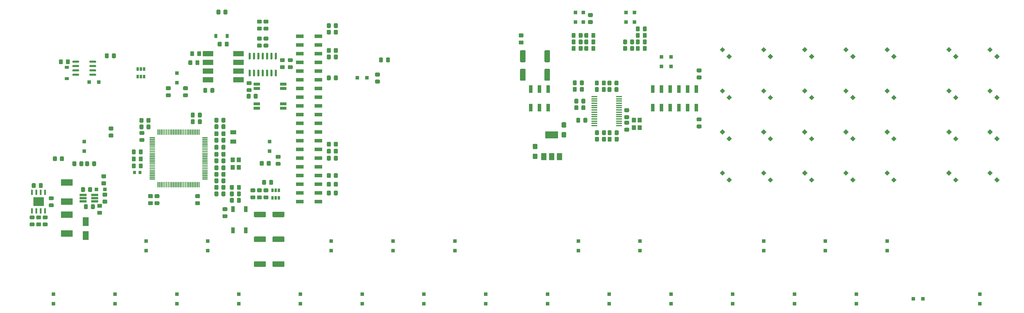
<source format=gbr>
%TF.GenerationSoftware,KiCad,Pcbnew,5.1.6*%
%TF.CreationDate,2020-06-25T18:17:16+02:00*%
%TF.ProjectId,OTTOdiy_SMD,4f54544f-6469-4795-9f53-4d442e6b6963,rev?*%
%TF.SameCoordinates,PX269fb20PYbb65a20*%
%TF.FileFunction,Paste,Bot*%
%TF.FilePolarity,Positive*%
%FSLAX46Y46*%
G04 Gerber Fmt 4.6, Leading zero omitted, Abs format (unit mm)*
G04 Created by KiCad (PCBNEW 5.1.6) date 2020-06-25 18:17:16*
%MOMM*%
%LPD*%
G01*
G04 APERTURE LIST*
%ADD10R,2.180000X1.020000*%
%ADD11R,1.100000X1.100000*%
%ADD12R,1.800000X2.500000*%
%ADD13R,3.500000X1.850000*%
%ADD14R,0.600000X1.550000*%
%ADD15R,3.100000X2.600000*%
%ADD16R,1.750000X0.450000*%
%ADD17R,2.000000X0.650000*%
%ADD18R,0.650000X1.060000*%
%ADD19R,3.100000X1.600000*%
%ADD20R,3.800000X2.000000*%
%ADD21R,1.500000X2.000000*%
%ADD22R,1.000000X1.000000*%
%ADD23R,1.200000X1.400000*%
%ADD24R,1.850000X0.900000*%
%ADD25C,0.150000*%
%ADD26R,1.100000X1.800000*%
%ADD27R,1.800000X1.200000*%
%ADD28R,1.020000X2.180000*%
%ADD29R,0.900000X1.200000*%
%ADD30R,1.200000X0.900000*%
G04 APERTURE END LIST*
D10*
X57490000Y166870000D03*
X57490000Y169410000D03*
X57490000Y161790000D03*
X57490000Y159250000D03*
X57490000Y156710000D03*
X57490000Y177030000D03*
X57490000Y171950000D03*
X57490000Y174490000D03*
X57490000Y154170000D03*
X57490000Y164330000D03*
X57490000Y141470000D03*
X57490000Y136390000D03*
X57490000Y144010000D03*
X57490000Y128770000D03*
X57490000Y138930000D03*
X57490000Y151630000D03*
X57490000Y133850000D03*
X57490000Y146550000D03*
X57490000Y131310000D03*
X57490000Y149090000D03*
X62910000Y151630000D03*
X62910000Y146550000D03*
X62910000Y149090000D03*
X62910000Y128770000D03*
X62910000Y144010000D03*
X62910000Y133850000D03*
X62910000Y136390000D03*
X62910000Y141470000D03*
X62910000Y138930000D03*
X62910000Y131310000D03*
X62910000Y154170000D03*
X62910000Y161790000D03*
X62910000Y159250000D03*
X62910000Y156710000D03*
X62910000Y169410000D03*
X62910000Y164330000D03*
X62910000Y166870000D03*
X62910000Y171950000D03*
X62910000Y174490000D03*
X62910000Y177030000D03*
G36*
G01*
X130188000Y169460000D02*
X129088000Y169460000D01*
G75*
G02*
X128838000Y169710000I0J250000D01*
G01*
X128838000Y172710000D01*
G75*
G02*
X129088000Y172960000I250000J0D01*
G01*
X130188000Y172960000D01*
G75*
G02*
X130438000Y172710000I0J-250000D01*
G01*
X130438000Y169710000D01*
G75*
G02*
X130188000Y169460000I-250000J0D01*
G01*
G37*
G36*
G01*
X130188000Y164060000D02*
X129088000Y164060000D01*
G75*
G02*
X128838000Y164310000I0J250000D01*
G01*
X128838000Y167310000D01*
G75*
G02*
X129088000Y167560000I250000J0D01*
G01*
X130188000Y167560000D01*
G75*
G02*
X130438000Y167310000I0J-250000D01*
G01*
X130438000Y164310000D01*
G75*
G02*
X130188000Y164060000I-250000J0D01*
G01*
G37*
D11*
X140179000Y181207000D03*
X140179000Y184007000D03*
G36*
G01*
X123076000Y169460000D02*
X121976000Y169460000D01*
G75*
G02*
X121726000Y169710000I0J250000D01*
G01*
X121726000Y172710000D01*
G75*
G02*
X121976000Y172960000I250000J0D01*
G01*
X123076000Y172960000D01*
G75*
G02*
X123326000Y172710000I0J-250000D01*
G01*
X123326000Y169710000D01*
G75*
G02*
X123076000Y169460000I-250000J0D01*
G01*
G37*
G36*
G01*
X123076000Y164060000D02*
X121976000Y164060000D01*
G75*
G02*
X121726000Y164310000I0J250000D01*
G01*
X121726000Y167310000D01*
G75*
G02*
X121976000Y167560000I250000J0D01*
G01*
X123076000Y167560000D01*
G75*
G02*
X123326000Y167310000I0J-250000D01*
G01*
X123326000Y164310000D01*
G75*
G02*
X123076000Y164060000I-250000J0D01*
G01*
G37*
G36*
G01*
X47650000Y125600000D02*
X47650000Y124500000D01*
G75*
G02*
X47400000Y124250000I-250000J0D01*
G01*
X44400000Y124250000D01*
G75*
G02*
X44150000Y124500000I0J250000D01*
G01*
X44150000Y125600000D01*
G75*
G02*
X44400000Y125850000I250000J0D01*
G01*
X47400000Y125850000D01*
G75*
G02*
X47650000Y125600000I0J-250000D01*
G01*
G37*
G36*
G01*
X53050000Y125600000D02*
X53050000Y124500000D01*
G75*
G02*
X52800000Y124250000I-250000J0D01*
G01*
X49800000Y124250000D01*
G75*
G02*
X49550000Y124500000I0J250000D01*
G01*
X49550000Y125600000D01*
G75*
G02*
X49800000Y125850000I250000J0D01*
G01*
X52800000Y125850000D01*
G75*
G02*
X53050000Y125600000I0J-250000D01*
G01*
G37*
G36*
G01*
X47650000Y118350000D02*
X47650000Y117250000D01*
G75*
G02*
X47400000Y117000000I-250000J0D01*
G01*
X44400000Y117000000D01*
G75*
G02*
X44150000Y117250000I0J250000D01*
G01*
X44150000Y118350000D01*
G75*
G02*
X44400000Y118600000I250000J0D01*
G01*
X47400000Y118600000D01*
G75*
G02*
X47650000Y118350000I0J-250000D01*
G01*
G37*
G36*
G01*
X53050000Y118350000D02*
X53050000Y117250000D01*
G75*
G02*
X52800000Y117000000I-250000J0D01*
G01*
X49800000Y117000000D01*
G75*
G02*
X49550000Y117250000I0J250000D01*
G01*
X49550000Y118350000D01*
G75*
G02*
X49800000Y118600000I250000J0D01*
G01*
X52800000Y118600000D01*
G75*
G02*
X53050000Y118350000I0J-250000D01*
G01*
G37*
G36*
G01*
X47650000Y111100000D02*
X47650000Y110000000D01*
G75*
G02*
X47400000Y109750000I-250000J0D01*
G01*
X44400000Y109750000D01*
G75*
G02*
X44150000Y110000000I0J250000D01*
G01*
X44150000Y111100000D01*
G75*
G02*
X44400000Y111350000I250000J0D01*
G01*
X47400000Y111350000D01*
G75*
G02*
X47650000Y111100000I0J-250000D01*
G01*
G37*
G36*
G01*
X53050000Y111100000D02*
X53050000Y110000000D01*
G75*
G02*
X52800000Y109750000I-250000J0D01*
G01*
X49800000Y109750000D01*
G75*
G02*
X49550000Y110000000I0J250000D01*
G01*
X49550000Y111100000D01*
G75*
G02*
X49800000Y111350000I250000J0D01*
G01*
X52800000Y111350000D01*
G75*
G02*
X53050000Y111100000I0J-250000D01*
G01*
G37*
G36*
G01*
X2049999Y148650000D02*
X2950001Y148650000D01*
G75*
G02*
X3200000Y148400001I0J-249999D01*
G01*
X3200000Y147749999D01*
G75*
G02*
X2950001Y147500000I-249999J0D01*
G01*
X2049999Y147500000D01*
G75*
G02*
X1800000Y147749999I0J249999D01*
G01*
X1800000Y148400001D01*
G75*
G02*
X2049999Y148650000I249999J0D01*
G01*
G37*
G36*
G01*
X2049999Y150700000D02*
X2950001Y150700000D01*
G75*
G02*
X3200000Y150450001I0J-249999D01*
G01*
X3200000Y149799999D01*
G75*
G02*
X2950001Y149550000I-249999J0D01*
G01*
X2049999Y149550000D01*
G75*
G02*
X1800000Y149799999I0J249999D01*
G01*
X1800000Y150450001D01*
G75*
G02*
X2049999Y150700000I249999J0D01*
G01*
G37*
D12*
X-4915600Y118911000D03*
X-4915600Y122911000D03*
G36*
G01*
X2750000Y170899999D02*
X2750000Y171800001D01*
G75*
G02*
X2999999Y172050000I249999J0D01*
G01*
X3650001Y172050000D01*
G75*
G02*
X3900000Y171800001I0J-249999D01*
G01*
X3900000Y170899999D01*
G75*
G02*
X3650001Y170650000I-249999J0D01*
G01*
X2999999Y170650000D01*
G75*
G02*
X2750000Y170899999I0J249999D01*
G01*
G37*
G36*
G01*
X700000Y170899999D02*
X700000Y171800001D01*
G75*
G02*
X949999Y172050000I249999J0D01*
G01*
X1600001Y172050000D01*
G75*
G02*
X1850000Y171800001I0J-249999D01*
G01*
X1850000Y170899999D01*
G75*
G02*
X1600001Y170650000I-249999J0D01*
G01*
X949999Y170650000D01*
G75*
G02*
X700000Y170899999I0J249999D01*
G01*
G37*
G36*
G01*
X-1250001Y126100000D02*
X-349999Y126100000D01*
G75*
G02*
X-100000Y125850001I0J-249999D01*
G01*
X-100000Y125199999D01*
G75*
G02*
X-349999Y124950000I-249999J0D01*
G01*
X-1250001Y124950000D01*
G75*
G02*
X-1500000Y125199999I0J249999D01*
G01*
X-1500000Y125850001D01*
G75*
G02*
X-1250001Y126100000I249999J0D01*
G01*
G37*
G36*
G01*
X-1250001Y128150000D02*
X-349999Y128150000D01*
G75*
G02*
X-100000Y127900001I0J-249999D01*
G01*
X-100000Y127249999D01*
G75*
G02*
X-349999Y127000000I-249999J0D01*
G01*
X-1250001Y127000000D01*
G75*
G02*
X-1500000Y127249999I0J249999D01*
G01*
X-1500000Y127900001D01*
G75*
G02*
X-1250001Y128150000I249999J0D01*
G01*
G37*
D13*
X-10350000Y134375000D03*
X-10350000Y128825000D03*
D14*
X-16692600Y131479800D03*
X-17962600Y131479800D03*
X-19232600Y131479800D03*
X-20502600Y131479800D03*
X-20502600Y126079800D03*
X-19232600Y126079800D03*
X-17962600Y126079800D03*
X-16692600Y126079800D03*
D15*
X-18597600Y128779800D03*
G36*
G01*
X-20947601Y122704800D02*
X-20047599Y122704800D01*
G75*
G02*
X-19797600Y122454801I0J-249999D01*
G01*
X-19797600Y121804799D01*
G75*
G02*
X-20047599Y121554800I-249999J0D01*
G01*
X-20947601Y121554800D01*
G75*
G02*
X-21197600Y121804799I0J249999D01*
G01*
X-21197600Y122454801D01*
G75*
G02*
X-20947601Y122704800I249999J0D01*
G01*
G37*
G36*
G01*
X-20947601Y124754800D02*
X-20047599Y124754800D01*
G75*
G02*
X-19797600Y124504801I0J-249999D01*
G01*
X-19797600Y123854799D01*
G75*
G02*
X-20047599Y123604800I-249999J0D01*
G01*
X-20947601Y123604800D01*
G75*
G02*
X-21197600Y123854799I0J249999D01*
G01*
X-21197600Y124504801D01*
G75*
G02*
X-20947601Y124754800I249999J0D01*
G01*
G37*
G36*
G01*
X-16247599Y123604800D02*
X-17147601Y123604800D01*
G75*
G02*
X-17397600Y123854799I0J249999D01*
G01*
X-17397600Y124504801D01*
G75*
G02*
X-17147601Y124754800I249999J0D01*
G01*
X-16247599Y124754800D01*
G75*
G02*
X-15997600Y124504801I0J-249999D01*
G01*
X-15997600Y123854799D01*
G75*
G02*
X-16247599Y123604800I-249999J0D01*
G01*
G37*
G36*
G01*
X-16247599Y121554800D02*
X-17147601Y121554800D01*
G75*
G02*
X-17397600Y121804799I0J249999D01*
G01*
X-17397600Y122454801D01*
G75*
G02*
X-17147601Y122704800I249999J0D01*
G01*
X-16247599Y122704800D01*
G75*
G02*
X-15997600Y122454801I0J-249999D01*
G01*
X-15997600Y121804799D01*
G75*
G02*
X-16247599Y121554800I-249999J0D01*
G01*
G37*
G36*
G01*
X-19047601Y122704800D02*
X-18147599Y122704800D01*
G75*
G02*
X-17897600Y122454801I0J-249999D01*
G01*
X-17897600Y121804799D01*
G75*
G02*
X-18147599Y121554800I-249999J0D01*
G01*
X-19047601Y121554800D01*
G75*
G02*
X-19297600Y121804799I0J249999D01*
G01*
X-19297600Y122454801D01*
G75*
G02*
X-19047601Y122704800I249999J0D01*
G01*
G37*
G36*
G01*
X-19047601Y124754800D02*
X-18147599Y124754800D01*
G75*
G02*
X-17897600Y124504801I0J-249999D01*
G01*
X-17897600Y123854799D01*
G75*
G02*
X-18147599Y123604800I-249999J0D01*
G01*
X-19047601Y123604800D01*
G75*
G02*
X-19297600Y123854799I0J249999D01*
G01*
X-19297600Y124504801D01*
G75*
G02*
X-19047601Y124754800I249999J0D01*
G01*
G37*
G36*
G01*
X30550000Y161700001D02*
X30550000Y160799999D01*
G75*
G02*
X30300001Y160550000I-249999J0D01*
G01*
X29649999Y160550000D01*
G75*
G02*
X29400000Y160799999I0J249999D01*
G01*
X29400000Y161700001D01*
G75*
G02*
X29649999Y161950000I249999J0D01*
G01*
X30300001Y161950000D01*
G75*
G02*
X30550000Y161700001I0J-249999D01*
G01*
G37*
G36*
G01*
X32600000Y161700001D02*
X32600000Y160799999D01*
G75*
G02*
X32350001Y160550000I-249999J0D01*
G01*
X31699999Y160550000D01*
G75*
G02*
X31450000Y160799999I0J249999D01*
G01*
X31450000Y161700001D01*
G75*
G02*
X31699999Y161950000I249999J0D01*
G01*
X32350001Y161950000D01*
G75*
G02*
X32600000Y161700001I0J-249999D01*
G01*
G37*
D13*
X-10379000Y119465400D03*
X-10379000Y125015400D03*
G36*
G01*
X-15373201Y128288400D02*
X-14473199Y128288400D01*
G75*
G02*
X-14223200Y128038401I0J-249999D01*
G01*
X-14223200Y127388399D01*
G75*
G02*
X-14473199Y127138400I-249999J0D01*
G01*
X-15373201Y127138400D01*
G75*
G02*
X-15623200Y127388399I0J249999D01*
G01*
X-15623200Y128038401D01*
G75*
G02*
X-15373201Y128288400I249999J0D01*
G01*
G37*
G36*
G01*
X-15373201Y130338400D02*
X-14473199Y130338400D01*
G75*
G02*
X-14223200Y130088401I0J-249999D01*
G01*
X-14223200Y129438399D01*
G75*
G02*
X-14473199Y129188400I-249999J0D01*
G01*
X-15373201Y129188400D01*
G75*
G02*
X-15623200Y129438399I0J249999D01*
G01*
X-15623200Y130088401D01*
G75*
G02*
X-15373201Y130338400I249999J0D01*
G01*
G37*
G36*
G01*
X-18547600Y133029799D02*
X-18547600Y133929801D01*
G75*
G02*
X-18297601Y134179800I249999J0D01*
G01*
X-17647599Y134179800D01*
G75*
G02*
X-17397600Y133929801I0J-249999D01*
G01*
X-17397600Y133029799D01*
G75*
G02*
X-17647599Y132779800I-249999J0D01*
G01*
X-18297601Y132779800D01*
G75*
G02*
X-18547600Y133029799I0J249999D01*
G01*
G37*
G36*
G01*
X-20597600Y133029799D02*
X-20597600Y133929801D01*
G75*
G02*
X-20347601Y134179800I249999J0D01*
G01*
X-19697599Y134179800D01*
G75*
G02*
X-19447600Y133929801I0J-249999D01*
G01*
X-19447600Y133029799D01*
G75*
G02*
X-19697599Y132779800I-249999J0D01*
G01*
X-20347601Y132779800D01*
G75*
G02*
X-20597600Y133029799I0J249999D01*
G01*
G37*
D16*
X150550000Y150975000D03*
X150550000Y151625000D03*
X150550000Y152275000D03*
X150550000Y152925000D03*
X150550000Y153575000D03*
X150550000Y154225000D03*
X150550000Y154875000D03*
X150550000Y155525000D03*
X150550000Y156175000D03*
X150550000Y156825000D03*
X150550000Y157475000D03*
X150550000Y158125000D03*
X150550000Y158775000D03*
X150550000Y159425000D03*
X143350000Y159425000D03*
X143350000Y158775000D03*
X143350000Y158125000D03*
X143350000Y157475000D03*
X143350000Y156825000D03*
X143350000Y156175000D03*
X143350000Y155525000D03*
X143350000Y154875000D03*
X143350000Y154225000D03*
X143350000Y153575000D03*
X143350000Y152925000D03*
X143350000Y152275000D03*
X143350000Y151625000D03*
X143350000Y150975000D03*
D17*
X-2215000Y130750000D03*
X-2215000Y129800000D03*
X-2215000Y128850000D03*
X-5635000Y128850000D03*
X-5635000Y129800000D03*
X-5635000Y130750000D03*
G36*
G01*
X50660000Y165350000D02*
X50360000Y165350000D01*
G75*
G02*
X50210000Y165500000I0J150000D01*
G01*
X50210000Y167150000D01*
G75*
G02*
X50360000Y167300000I150000J0D01*
G01*
X50660000Y167300000D01*
G75*
G02*
X50810000Y167150000I0J-150000D01*
G01*
X50810000Y165500000D01*
G75*
G02*
X50660000Y165350000I-150000J0D01*
G01*
G37*
G36*
G01*
X49390000Y165350000D02*
X49090000Y165350000D01*
G75*
G02*
X48940000Y165500000I0J150000D01*
G01*
X48940000Y167150000D01*
G75*
G02*
X49090000Y167300000I150000J0D01*
G01*
X49390000Y167300000D01*
G75*
G02*
X49540000Y167150000I0J-150000D01*
G01*
X49540000Y165500000D01*
G75*
G02*
X49390000Y165350000I-150000J0D01*
G01*
G37*
G36*
G01*
X48120000Y165350000D02*
X47820000Y165350000D01*
G75*
G02*
X47670000Y165500000I0J150000D01*
G01*
X47670000Y167150000D01*
G75*
G02*
X47820000Y167300000I150000J0D01*
G01*
X48120000Y167300000D01*
G75*
G02*
X48270000Y167150000I0J-150000D01*
G01*
X48270000Y165500000D01*
G75*
G02*
X48120000Y165350000I-150000J0D01*
G01*
G37*
G36*
G01*
X46850000Y165350000D02*
X46550000Y165350000D01*
G75*
G02*
X46400000Y165500000I0J150000D01*
G01*
X46400000Y167150000D01*
G75*
G02*
X46550000Y167300000I150000J0D01*
G01*
X46850000Y167300000D01*
G75*
G02*
X47000000Y167150000I0J-150000D01*
G01*
X47000000Y165500000D01*
G75*
G02*
X46850000Y165350000I-150000J0D01*
G01*
G37*
G36*
G01*
X45580000Y165350000D02*
X45280000Y165350000D01*
G75*
G02*
X45130000Y165500000I0J150000D01*
G01*
X45130000Y167150000D01*
G75*
G02*
X45280000Y167300000I150000J0D01*
G01*
X45580000Y167300000D01*
G75*
G02*
X45730000Y167150000I0J-150000D01*
G01*
X45730000Y165500000D01*
G75*
G02*
X45580000Y165350000I-150000J0D01*
G01*
G37*
G36*
G01*
X44310000Y165350000D02*
X44010000Y165350000D01*
G75*
G02*
X43860000Y165500000I0J150000D01*
G01*
X43860000Y167150000D01*
G75*
G02*
X44010000Y167300000I150000J0D01*
G01*
X44310000Y167300000D01*
G75*
G02*
X44460000Y167150000I0J-150000D01*
G01*
X44460000Y165500000D01*
G75*
G02*
X44310000Y165350000I-150000J0D01*
G01*
G37*
G36*
G01*
X43040000Y165350000D02*
X42740000Y165350000D01*
G75*
G02*
X42590000Y165500000I0J150000D01*
G01*
X42590000Y167150000D01*
G75*
G02*
X42740000Y167300000I150000J0D01*
G01*
X43040000Y167300000D01*
G75*
G02*
X43190000Y167150000I0J-150000D01*
G01*
X43190000Y165500000D01*
G75*
G02*
X43040000Y165350000I-150000J0D01*
G01*
G37*
G36*
G01*
X43040000Y170300000D02*
X42740000Y170300000D01*
G75*
G02*
X42590000Y170450000I0J150000D01*
G01*
X42590000Y172100000D01*
G75*
G02*
X42740000Y172250000I150000J0D01*
G01*
X43040000Y172250000D01*
G75*
G02*
X43190000Y172100000I0J-150000D01*
G01*
X43190000Y170450000D01*
G75*
G02*
X43040000Y170300000I-150000J0D01*
G01*
G37*
G36*
G01*
X44310000Y170300000D02*
X44010000Y170300000D01*
G75*
G02*
X43860000Y170450000I0J150000D01*
G01*
X43860000Y172100000D01*
G75*
G02*
X44010000Y172250000I150000J0D01*
G01*
X44310000Y172250000D01*
G75*
G02*
X44460000Y172100000I0J-150000D01*
G01*
X44460000Y170450000D01*
G75*
G02*
X44310000Y170300000I-150000J0D01*
G01*
G37*
G36*
G01*
X45580000Y170300000D02*
X45280000Y170300000D01*
G75*
G02*
X45130000Y170450000I0J150000D01*
G01*
X45130000Y172100000D01*
G75*
G02*
X45280000Y172250000I150000J0D01*
G01*
X45580000Y172250000D01*
G75*
G02*
X45730000Y172100000I0J-150000D01*
G01*
X45730000Y170450000D01*
G75*
G02*
X45580000Y170300000I-150000J0D01*
G01*
G37*
G36*
G01*
X46850000Y170300000D02*
X46550000Y170300000D01*
G75*
G02*
X46400000Y170450000I0J150000D01*
G01*
X46400000Y172100000D01*
G75*
G02*
X46550000Y172250000I150000J0D01*
G01*
X46850000Y172250000D01*
G75*
G02*
X47000000Y172100000I0J-150000D01*
G01*
X47000000Y170450000D01*
G75*
G02*
X46850000Y170300000I-150000J0D01*
G01*
G37*
G36*
G01*
X48120000Y170300000D02*
X47820000Y170300000D01*
G75*
G02*
X47670000Y170450000I0J150000D01*
G01*
X47670000Y172100000D01*
G75*
G02*
X47820000Y172250000I150000J0D01*
G01*
X48120000Y172250000D01*
G75*
G02*
X48270000Y172100000I0J-150000D01*
G01*
X48270000Y170450000D01*
G75*
G02*
X48120000Y170300000I-150000J0D01*
G01*
G37*
G36*
G01*
X49390000Y170300000D02*
X49090000Y170300000D01*
G75*
G02*
X48940000Y170450000I0J150000D01*
G01*
X48940000Y172100000D01*
G75*
G02*
X49090000Y172250000I150000J0D01*
G01*
X49390000Y172250000D01*
G75*
G02*
X49540000Y172100000I0J-150000D01*
G01*
X49540000Y170450000D01*
G75*
G02*
X49390000Y170300000I-150000J0D01*
G01*
G37*
G36*
G01*
X50660000Y170300000D02*
X50360000Y170300000D01*
G75*
G02*
X50210000Y170450000I0J150000D01*
G01*
X50210000Y172100000D01*
G75*
G02*
X50360000Y172250000I150000J0D01*
G01*
X50660000Y172250000D01*
G75*
G02*
X50810000Y172100000I0J-150000D01*
G01*
X50810000Y170450000D01*
G75*
G02*
X50660000Y170300000I-150000J0D01*
G01*
G37*
D18*
X12150000Y165300000D03*
X11200000Y165300000D03*
X10250000Y165300000D03*
X10250000Y167500000D03*
X12150000Y167500000D03*
X11200000Y167500000D03*
D19*
X39695000Y171985000D03*
X30805000Y164365000D03*
X39695000Y169445000D03*
X30805000Y166905000D03*
X39695000Y166905000D03*
X30805000Y169445000D03*
X39695000Y164365000D03*
X30805000Y171985000D03*
G36*
G01*
X-8750000Y165645000D02*
X-8750000Y165945000D01*
G75*
G02*
X-8600000Y166095000I150000J0D01*
G01*
X-6950000Y166095000D01*
G75*
G02*
X-6800000Y165945000I0J-150000D01*
G01*
X-6800000Y165645000D01*
G75*
G02*
X-6950000Y165495000I-150000J0D01*
G01*
X-8600000Y165495000D01*
G75*
G02*
X-8750000Y165645000I0J150000D01*
G01*
G37*
G36*
G01*
X-8750000Y166915000D02*
X-8750000Y167215000D01*
G75*
G02*
X-8600000Y167365000I150000J0D01*
G01*
X-6950000Y167365000D01*
G75*
G02*
X-6800000Y167215000I0J-150000D01*
G01*
X-6800000Y166915000D01*
G75*
G02*
X-6950000Y166765000I-150000J0D01*
G01*
X-8600000Y166765000D01*
G75*
G02*
X-8750000Y166915000I0J150000D01*
G01*
G37*
G36*
G01*
X-8750000Y168185000D02*
X-8750000Y168485000D01*
G75*
G02*
X-8600000Y168635000I150000J0D01*
G01*
X-6950000Y168635000D01*
G75*
G02*
X-6800000Y168485000I0J-150000D01*
G01*
X-6800000Y168185000D01*
G75*
G02*
X-6950000Y168035000I-150000J0D01*
G01*
X-8600000Y168035000D01*
G75*
G02*
X-8750000Y168185000I0J150000D01*
G01*
G37*
G36*
G01*
X-8750000Y169455000D02*
X-8750000Y169755000D01*
G75*
G02*
X-8600000Y169905000I150000J0D01*
G01*
X-6950000Y169905000D01*
G75*
G02*
X-6800000Y169755000I0J-150000D01*
G01*
X-6800000Y169455000D01*
G75*
G02*
X-6950000Y169305000I-150000J0D01*
G01*
X-8600000Y169305000D01*
G75*
G02*
X-8750000Y169455000I0J150000D01*
G01*
G37*
G36*
G01*
X-3800000Y169455000D02*
X-3800000Y169755000D01*
G75*
G02*
X-3650000Y169905000I150000J0D01*
G01*
X-2000000Y169905000D01*
G75*
G02*
X-1850000Y169755000I0J-150000D01*
G01*
X-1850000Y169455000D01*
G75*
G02*
X-2000000Y169305000I-150000J0D01*
G01*
X-3650000Y169305000D01*
G75*
G02*
X-3800000Y169455000I0J150000D01*
G01*
G37*
G36*
G01*
X-3800000Y168185000D02*
X-3800000Y168485000D01*
G75*
G02*
X-3650000Y168635000I150000J0D01*
G01*
X-2000000Y168635000D01*
G75*
G02*
X-1850000Y168485000I0J-150000D01*
G01*
X-1850000Y168185000D01*
G75*
G02*
X-2000000Y168035000I-150000J0D01*
G01*
X-3650000Y168035000D01*
G75*
G02*
X-3800000Y168185000I0J150000D01*
G01*
G37*
G36*
G01*
X-3800000Y166915000D02*
X-3800000Y167215000D01*
G75*
G02*
X-3650000Y167365000I150000J0D01*
G01*
X-2000000Y167365000D01*
G75*
G02*
X-1850000Y167215000I0J-150000D01*
G01*
X-1850000Y166915000D01*
G75*
G02*
X-2000000Y166765000I-150000J0D01*
G01*
X-3650000Y166765000D01*
G75*
G02*
X-3800000Y166915000I0J150000D01*
G01*
G37*
G36*
G01*
X-3800000Y165645000D02*
X-3800000Y165945000D01*
G75*
G02*
X-3650000Y166095000I150000J0D01*
G01*
X-2000000Y166095000D01*
G75*
G02*
X-1850000Y165945000I0J-150000D01*
G01*
X-1850000Y165645000D01*
G75*
G02*
X-2000000Y165495000I-150000J0D01*
G01*
X-3650000Y165495000D01*
G75*
G02*
X-3800000Y165645000I0J150000D01*
G01*
G37*
G36*
G01*
X30675000Y147475000D02*
X30675000Y147325000D01*
G75*
G02*
X30600000Y147250000I-75000J0D01*
G01*
X29150000Y147250000D01*
G75*
G02*
X29075000Y147325000I0J75000D01*
G01*
X29075000Y147475000D01*
G75*
G02*
X29150000Y147550000I75000J0D01*
G01*
X30600000Y147550000D01*
G75*
G02*
X30675000Y147475000I0J-75000D01*
G01*
G37*
G36*
G01*
X30675000Y146975000D02*
X30675000Y146825000D01*
G75*
G02*
X30600000Y146750000I-75000J0D01*
G01*
X29150000Y146750000D01*
G75*
G02*
X29075000Y146825000I0J75000D01*
G01*
X29075000Y146975000D01*
G75*
G02*
X29150000Y147050000I75000J0D01*
G01*
X30600000Y147050000D01*
G75*
G02*
X30675000Y146975000I0J-75000D01*
G01*
G37*
G36*
G01*
X30675000Y146475000D02*
X30675000Y146325000D01*
G75*
G02*
X30600000Y146250000I-75000J0D01*
G01*
X29150000Y146250000D01*
G75*
G02*
X29075000Y146325000I0J75000D01*
G01*
X29075000Y146475000D01*
G75*
G02*
X29150000Y146550000I75000J0D01*
G01*
X30600000Y146550000D01*
G75*
G02*
X30675000Y146475000I0J-75000D01*
G01*
G37*
G36*
G01*
X30675000Y145975000D02*
X30675000Y145825000D01*
G75*
G02*
X30600000Y145750000I-75000J0D01*
G01*
X29150000Y145750000D01*
G75*
G02*
X29075000Y145825000I0J75000D01*
G01*
X29075000Y145975000D01*
G75*
G02*
X29150000Y146050000I75000J0D01*
G01*
X30600000Y146050000D01*
G75*
G02*
X30675000Y145975000I0J-75000D01*
G01*
G37*
G36*
G01*
X30675000Y145475000D02*
X30675000Y145325000D01*
G75*
G02*
X30600000Y145250000I-75000J0D01*
G01*
X29150000Y145250000D01*
G75*
G02*
X29075000Y145325000I0J75000D01*
G01*
X29075000Y145475000D01*
G75*
G02*
X29150000Y145550000I75000J0D01*
G01*
X30600000Y145550000D01*
G75*
G02*
X30675000Y145475000I0J-75000D01*
G01*
G37*
G36*
G01*
X30675000Y144975000D02*
X30675000Y144825000D01*
G75*
G02*
X30600000Y144750000I-75000J0D01*
G01*
X29150000Y144750000D01*
G75*
G02*
X29075000Y144825000I0J75000D01*
G01*
X29075000Y144975000D01*
G75*
G02*
X29150000Y145050000I75000J0D01*
G01*
X30600000Y145050000D01*
G75*
G02*
X30675000Y144975000I0J-75000D01*
G01*
G37*
G36*
G01*
X30675000Y144475000D02*
X30675000Y144325000D01*
G75*
G02*
X30600000Y144250000I-75000J0D01*
G01*
X29150000Y144250000D01*
G75*
G02*
X29075000Y144325000I0J75000D01*
G01*
X29075000Y144475000D01*
G75*
G02*
X29150000Y144550000I75000J0D01*
G01*
X30600000Y144550000D01*
G75*
G02*
X30675000Y144475000I0J-75000D01*
G01*
G37*
G36*
G01*
X30675000Y143975000D02*
X30675000Y143825000D01*
G75*
G02*
X30600000Y143750000I-75000J0D01*
G01*
X29150000Y143750000D01*
G75*
G02*
X29075000Y143825000I0J75000D01*
G01*
X29075000Y143975000D01*
G75*
G02*
X29150000Y144050000I75000J0D01*
G01*
X30600000Y144050000D01*
G75*
G02*
X30675000Y143975000I0J-75000D01*
G01*
G37*
G36*
G01*
X30675000Y143475000D02*
X30675000Y143325000D01*
G75*
G02*
X30600000Y143250000I-75000J0D01*
G01*
X29150000Y143250000D01*
G75*
G02*
X29075000Y143325000I0J75000D01*
G01*
X29075000Y143475000D01*
G75*
G02*
X29150000Y143550000I75000J0D01*
G01*
X30600000Y143550000D01*
G75*
G02*
X30675000Y143475000I0J-75000D01*
G01*
G37*
G36*
G01*
X30675000Y142975000D02*
X30675000Y142825000D01*
G75*
G02*
X30600000Y142750000I-75000J0D01*
G01*
X29150000Y142750000D01*
G75*
G02*
X29075000Y142825000I0J75000D01*
G01*
X29075000Y142975000D01*
G75*
G02*
X29150000Y143050000I75000J0D01*
G01*
X30600000Y143050000D01*
G75*
G02*
X30675000Y142975000I0J-75000D01*
G01*
G37*
G36*
G01*
X30675000Y142475000D02*
X30675000Y142325000D01*
G75*
G02*
X30600000Y142250000I-75000J0D01*
G01*
X29150000Y142250000D01*
G75*
G02*
X29075000Y142325000I0J75000D01*
G01*
X29075000Y142475000D01*
G75*
G02*
X29150000Y142550000I75000J0D01*
G01*
X30600000Y142550000D01*
G75*
G02*
X30675000Y142475000I0J-75000D01*
G01*
G37*
G36*
G01*
X30675000Y141975000D02*
X30675000Y141825000D01*
G75*
G02*
X30600000Y141750000I-75000J0D01*
G01*
X29150000Y141750000D01*
G75*
G02*
X29075000Y141825000I0J75000D01*
G01*
X29075000Y141975000D01*
G75*
G02*
X29150000Y142050000I75000J0D01*
G01*
X30600000Y142050000D01*
G75*
G02*
X30675000Y141975000I0J-75000D01*
G01*
G37*
G36*
G01*
X30675000Y141475000D02*
X30675000Y141325000D01*
G75*
G02*
X30600000Y141250000I-75000J0D01*
G01*
X29150000Y141250000D01*
G75*
G02*
X29075000Y141325000I0J75000D01*
G01*
X29075000Y141475000D01*
G75*
G02*
X29150000Y141550000I75000J0D01*
G01*
X30600000Y141550000D01*
G75*
G02*
X30675000Y141475000I0J-75000D01*
G01*
G37*
G36*
G01*
X30675000Y140975000D02*
X30675000Y140825000D01*
G75*
G02*
X30600000Y140750000I-75000J0D01*
G01*
X29150000Y140750000D01*
G75*
G02*
X29075000Y140825000I0J75000D01*
G01*
X29075000Y140975000D01*
G75*
G02*
X29150000Y141050000I75000J0D01*
G01*
X30600000Y141050000D01*
G75*
G02*
X30675000Y140975000I0J-75000D01*
G01*
G37*
G36*
G01*
X30675000Y140475000D02*
X30675000Y140325000D01*
G75*
G02*
X30600000Y140250000I-75000J0D01*
G01*
X29150000Y140250000D01*
G75*
G02*
X29075000Y140325000I0J75000D01*
G01*
X29075000Y140475000D01*
G75*
G02*
X29150000Y140550000I75000J0D01*
G01*
X30600000Y140550000D01*
G75*
G02*
X30675000Y140475000I0J-75000D01*
G01*
G37*
G36*
G01*
X30675000Y139975000D02*
X30675000Y139825000D01*
G75*
G02*
X30600000Y139750000I-75000J0D01*
G01*
X29150000Y139750000D01*
G75*
G02*
X29075000Y139825000I0J75000D01*
G01*
X29075000Y139975000D01*
G75*
G02*
X29150000Y140050000I75000J0D01*
G01*
X30600000Y140050000D01*
G75*
G02*
X30675000Y139975000I0J-75000D01*
G01*
G37*
G36*
G01*
X30675000Y139475000D02*
X30675000Y139325000D01*
G75*
G02*
X30600000Y139250000I-75000J0D01*
G01*
X29150000Y139250000D01*
G75*
G02*
X29075000Y139325000I0J75000D01*
G01*
X29075000Y139475000D01*
G75*
G02*
X29150000Y139550000I75000J0D01*
G01*
X30600000Y139550000D01*
G75*
G02*
X30675000Y139475000I0J-75000D01*
G01*
G37*
G36*
G01*
X30675000Y138975000D02*
X30675000Y138825000D01*
G75*
G02*
X30600000Y138750000I-75000J0D01*
G01*
X29150000Y138750000D01*
G75*
G02*
X29075000Y138825000I0J75000D01*
G01*
X29075000Y138975000D01*
G75*
G02*
X29150000Y139050000I75000J0D01*
G01*
X30600000Y139050000D01*
G75*
G02*
X30675000Y138975000I0J-75000D01*
G01*
G37*
G36*
G01*
X30675000Y138475000D02*
X30675000Y138325000D01*
G75*
G02*
X30600000Y138250000I-75000J0D01*
G01*
X29150000Y138250000D01*
G75*
G02*
X29075000Y138325000I0J75000D01*
G01*
X29075000Y138475000D01*
G75*
G02*
X29150000Y138550000I75000J0D01*
G01*
X30600000Y138550000D01*
G75*
G02*
X30675000Y138475000I0J-75000D01*
G01*
G37*
G36*
G01*
X30675000Y137975000D02*
X30675000Y137825000D01*
G75*
G02*
X30600000Y137750000I-75000J0D01*
G01*
X29150000Y137750000D01*
G75*
G02*
X29075000Y137825000I0J75000D01*
G01*
X29075000Y137975000D01*
G75*
G02*
X29150000Y138050000I75000J0D01*
G01*
X30600000Y138050000D01*
G75*
G02*
X30675000Y137975000I0J-75000D01*
G01*
G37*
G36*
G01*
X30675000Y137475000D02*
X30675000Y137325000D01*
G75*
G02*
X30600000Y137250000I-75000J0D01*
G01*
X29150000Y137250000D01*
G75*
G02*
X29075000Y137325000I0J75000D01*
G01*
X29075000Y137475000D01*
G75*
G02*
X29150000Y137550000I75000J0D01*
G01*
X30600000Y137550000D01*
G75*
G02*
X30675000Y137475000I0J-75000D01*
G01*
G37*
G36*
G01*
X30675000Y136975000D02*
X30675000Y136825000D01*
G75*
G02*
X30600000Y136750000I-75000J0D01*
G01*
X29150000Y136750000D01*
G75*
G02*
X29075000Y136825000I0J75000D01*
G01*
X29075000Y136975000D01*
G75*
G02*
X29150000Y137050000I75000J0D01*
G01*
X30600000Y137050000D01*
G75*
G02*
X30675000Y136975000I0J-75000D01*
G01*
G37*
G36*
G01*
X30675000Y136475000D02*
X30675000Y136325000D01*
G75*
G02*
X30600000Y136250000I-75000J0D01*
G01*
X29150000Y136250000D01*
G75*
G02*
X29075000Y136325000I0J75000D01*
G01*
X29075000Y136475000D01*
G75*
G02*
X29150000Y136550000I75000J0D01*
G01*
X30600000Y136550000D01*
G75*
G02*
X30675000Y136475000I0J-75000D01*
G01*
G37*
G36*
G01*
X30675000Y135975000D02*
X30675000Y135825000D01*
G75*
G02*
X30600000Y135750000I-75000J0D01*
G01*
X29150000Y135750000D01*
G75*
G02*
X29075000Y135825000I0J75000D01*
G01*
X29075000Y135975000D01*
G75*
G02*
X29150000Y136050000I75000J0D01*
G01*
X30600000Y136050000D01*
G75*
G02*
X30675000Y135975000I0J-75000D01*
G01*
G37*
G36*
G01*
X30675000Y135475000D02*
X30675000Y135325000D01*
G75*
G02*
X30600000Y135250000I-75000J0D01*
G01*
X29150000Y135250000D01*
G75*
G02*
X29075000Y135325000I0J75000D01*
G01*
X29075000Y135475000D01*
G75*
G02*
X29150000Y135550000I75000J0D01*
G01*
X30600000Y135550000D01*
G75*
G02*
X30675000Y135475000I0J-75000D01*
G01*
G37*
G36*
G01*
X28350000Y134450000D02*
X28350000Y133000000D01*
G75*
G02*
X28275000Y132925000I-75000J0D01*
G01*
X28125000Y132925000D01*
G75*
G02*
X28050000Y133000000I0J75000D01*
G01*
X28050000Y134450000D01*
G75*
G02*
X28125000Y134525000I75000J0D01*
G01*
X28275000Y134525000D01*
G75*
G02*
X28350000Y134450000I0J-75000D01*
G01*
G37*
G36*
G01*
X27850000Y134450000D02*
X27850000Y133000000D01*
G75*
G02*
X27775000Y132925000I-75000J0D01*
G01*
X27625000Y132925000D01*
G75*
G02*
X27550000Y133000000I0J75000D01*
G01*
X27550000Y134450000D01*
G75*
G02*
X27625000Y134525000I75000J0D01*
G01*
X27775000Y134525000D01*
G75*
G02*
X27850000Y134450000I0J-75000D01*
G01*
G37*
G36*
G01*
X27350000Y134450000D02*
X27350000Y133000000D01*
G75*
G02*
X27275000Y132925000I-75000J0D01*
G01*
X27125000Y132925000D01*
G75*
G02*
X27050000Y133000000I0J75000D01*
G01*
X27050000Y134450000D01*
G75*
G02*
X27125000Y134525000I75000J0D01*
G01*
X27275000Y134525000D01*
G75*
G02*
X27350000Y134450000I0J-75000D01*
G01*
G37*
G36*
G01*
X26850000Y134450000D02*
X26850000Y133000000D01*
G75*
G02*
X26775000Y132925000I-75000J0D01*
G01*
X26625000Y132925000D01*
G75*
G02*
X26550000Y133000000I0J75000D01*
G01*
X26550000Y134450000D01*
G75*
G02*
X26625000Y134525000I75000J0D01*
G01*
X26775000Y134525000D01*
G75*
G02*
X26850000Y134450000I0J-75000D01*
G01*
G37*
G36*
G01*
X26350000Y134450000D02*
X26350000Y133000000D01*
G75*
G02*
X26275000Y132925000I-75000J0D01*
G01*
X26125000Y132925000D01*
G75*
G02*
X26050000Y133000000I0J75000D01*
G01*
X26050000Y134450000D01*
G75*
G02*
X26125000Y134525000I75000J0D01*
G01*
X26275000Y134525000D01*
G75*
G02*
X26350000Y134450000I0J-75000D01*
G01*
G37*
G36*
G01*
X25850000Y134450000D02*
X25850000Y133000000D01*
G75*
G02*
X25775000Y132925000I-75000J0D01*
G01*
X25625000Y132925000D01*
G75*
G02*
X25550000Y133000000I0J75000D01*
G01*
X25550000Y134450000D01*
G75*
G02*
X25625000Y134525000I75000J0D01*
G01*
X25775000Y134525000D01*
G75*
G02*
X25850000Y134450000I0J-75000D01*
G01*
G37*
G36*
G01*
X25350000Y134450000D02*
X25350000Y133000000D01*
G75*
G02*
X25275000Y132925000I-75000J0D01*
G01*
X25125000Y132925000D01*
G75*
G02*
X25050000Y133000000I0J75000D01*
G01*
X25050000Y134450000D01*
G75*
G02*
X25125000Y134525000I75000J0D01*
G01*
X25275000Y134525000D01*
G75*
G02*
X25350000Y134450000I0J-75000D01*
G01*
G37*
G36*
G01*
X24850000Y134450000D02*
X24850000Y133000000D01*
G75*
G02*
X24775000Y132925000I-75000J0D01*
G01*
X24625000Y132925000D01*
G75*
G02*
X24550000Y133000000I0J75000D01*
G01*
X24550000Y134450000D01*
G75*
G02*
X24625000Y134525000I75000J0D01*
G01*
X24775000Y134525000D01*
G75*
G02*
X24850000Y134450000I0J-75000D01*
G01*
G37*
G36*
G01*
X24350000Y134450000D02*
X24350000Y133000000D01*
G75*
G02*
X24275000Y132925000I-75000J0D01*
G01*
X24125000Y132925000D01*
G75*
G02*
X24050000Y133000000I0J75000D01*
G01*
X24050000Y134450000D01*
G75*
G02*
X24125000Y134525000I75000J0D01*
G01*
X24275000Y134525000D01*
G75*
G02*
X24350000Y134450000I0J-75000D01*
G01*
G37*
G36*
G01*
X23850000Y134450000D02*
X23850000Y133000000D01*
G75*
G02*
X23775000Y132925000I-75000J0D01*
G01*
X23625000Y132925000D01*
G75*
G02*
X23550000Y133000000I0J75000D01*
G01*
X23550000Y134450000D01*
G75*
G02*
X23625000Y134525000I75000J0D01*
G01*
X23775000Y134525000D01*
G75*
G02*
X23850000Y134450000I0J-75000D01*
G01*
G37*
G36*
G01*
X23350000Y134450000D02*
X23350000Y133000000D01*
G75*
G02*
X23275000Y132925000I-75000J0D01*
G01*
X23125000Y132925000D01*
G75*
G02*
X23050000Y133000000I0J75000D01*
G01*
X23050000Y134450000D01*
G75*
G02*
X23125000Y134525000I75000J0D01*
G01*
X23275000Y134525000D01*
G75*
G02*
X23350000Y134450000I0J-75000D01*
G01*
G37*
G36*
G01*
X22850000Y134450000D02*
X22850000Y133000000D01*
G75*
G02*
X22775000Y132925000I-75000J0D01*
G01*
X22625000Y132925000D01*
G75*
G02*
X22550000Y133000000I0J75000D01*
G01*
X22550000Y134450000D01*
G75*
G02*
X22625000Y134525000I75000J0D01*
G01*
X22775000Y134525000D01*
G75*
G02*
X22850000Y134450000I0J-75000D01*
G01*
G37*
G36*
G01*
X22350000Y134450000D02*
X22350000Y133000000D01*
G75*
G02*
X22275000Y132925000I-75000J0D01*
G01*
X22125000Y132925000D01*
G75*
G02*
X22050000Y133000000I0J75000D01*
G01*
X22050000Y134450000D01*
G75*
G02*
X22125000Y134525000I75000J0D01*
G01*
X22275000Y134525000D01*
G75*
G02*
X22350000Y134450000I0J-75000D01*
G01*
G37*
G36*
G01*
X21850000Y134450000D02*
X21850000Y133000000D01*
G75*
G02*
X21775000Y132925000I-75000J0D01*
G01*
X21625000Y132925000D01*
G75*
G02*
X21550000Y133000000I0J75000D01*
G01*
X21550000Y134450000D01*
G75*
G02*
X21625000Y134525000I75000J0D01*
G01*
X21775000Y134525000D01*
G75*
G02*
X21850000Y134450000I0J-75000D01*
G01*
G37*
G36*
G01*
X21350000Y134450000D02*
X21350000Y133000000D01*
G75*
G02*
X21275000Y132925000I-75000J0D01*
G01*
X21125000Y132925000D01*
G75*
G02*
X21050000Y133000000I0J75000D01*
G01*
X21050000Y134450000D01*
G75*
G02*
X21125000Y134525000I75000J0D01*
G01*
X21275000Y134525000D01*
G75*
G02*
X21350000Y134450000I0J-75000D01*
G01*
G37*
G36*
G01*
X20850000Y134450000D02*
X20850000Y133000000D01*
G75*
G02*
X20775000Y132925000I-75000J0D01*
G01*
X20625000Y132925000D01*
G75*
G02*
X20550000Y133000000I0J75000D01*
G01*
X20550000Y134450000D01*
G75*
G02*
X20625000Y134525000I75000J0D01*
G01*
X20775000Y134525000D01*
G75*
G02*
X20850000Y134450000I0J-75000D01*
G01*
G37*
G36*
G01*
X20350000Y134450000D02*
X20350000Y133000000D01*
G75*
G02*
X20275000Y132925000I-75000J0D01*
G01*
X20125000Y132925000D01*
G75*
G02*
X20050000Y133000000I0J75000D01*
G01*
X20050000Y134450000D01*
G75*
G02*
X20125000Y134525000I75000J0D01*
G01*
X20275000Y134525000D01*
G75*
G02*
X20350000Y134450000I0J-75000D01*
G01*
G37*
G36*
G01*
X19850000Y134450000D02*
X19850000Y133000000D01*
G75*
G02*
X19775000Y132925000I-75000J0D01*
G01*
X19625000Y132925000D01*
G75*
G02*
X19550000Y133000000I0J75000D01*
G01*
X19550000Y134450000D01*
G75*
G02*
X19625000Y134525000I75000J0D01*
G01*
X19775000Y134525000D01*
G75*
G02*
X19850000Y134450000I0J-75000D01*
G01*
G37*
G36*
G01*
X19350000Y134450000D02*
X19350000Y133000000D01*
G75*
G02*
X19275000Y132925000I-75000J0D01*
G01*
X19125000Y132925000D01*
G75*
G02*
X19050000Y133000000I0J75000D01*
G01*
X19050000Y134450000D01*
G75*
G02*
X19125000Y134525000I75000J0D01*
G01*
X19275000Y134525000D01*
G75*
G02*
X19350000Y134450000I0J-75000D01*
G01*
G37*
G36*
G01*
X18850000Y134450000D02*
X18850000Y133000000D01*
G75*
G02*
X18775000Y132925000I-75000J0D01*
G01*
X18625000Y132925000D01*
G75*
G02*
X18550000Y133000000I0J75000D01*
G01*
X18550000Y134450000D01*
G75*
G02*
X18625000Y134525000I75000J0D01*
G01*
X18775000Y134525000D01*
G75*
G02*
X18850000Y134450000I0J-75000D01*
G01*
G37*
G36*
G01*
X18350000Y134450000D02*
X18350000Y133000000D01*
G75*
G02*
X18275000Y132925000I-75000J0D01*
G01*
X18125000Y132925000D01*
G75*
G02*
X18050000Y133000000I0J75000D01*
G01*
X18050000Y134450000D01*
G75*
G02*
X18125000Y134525000I75000J0D01*
G01*
X18275000Y134525000D01*
G75*
G02*
X18350000Y134450000I0J-75000D01*
G01*
G37*
G36*
G01*
X17850000Y134450000D02*
X17850000Y133000000D01*
G75*
G02*
X17775000Y132925000I-75000J0D01*
G01*
X17625000Y132925000D01*
G75*
G02*
X17550000Y133000000I0J75000D01*
G01*
X17550000Y134450000D01*
G75*
G02*
X17625000Y134525000I75000J0D01*
G01*
X17775000Y134525000D01*
G75*
G02*
X17850000Y134450000I0J-75000D01*
G01*
G37*
G36*
G01*
X17350000Y134450000D02*
X17350000Y133000000D01*
G75*
G02*
X17275000Y132925000I-75000J0D01*
G01*
X17125000Y132925000D01*
G75*
G02*
X17050000Y133000000I0J75000D01*
G01*
X17050000Y134450000D01*
G75*
G02*
X17125000Y134525000I75000J0D01*
G01*
X17275000Y134525000D01*
G75*
G02*
X17350000Y134450000I0J-75000D01*
G01*
G37*
G36*
G01*
X16850000Y134450000D02*
X16850000Y133000000D01*
G75*
G02*
X16775000Y132925000I-75000J0D01*
G01*
X16625000Y132925000D01*
G75*
G02*
X16550000Y133000000I0J75000D01*
G01*
X16550000Y134450000D01*
G75*
G02*
X16625000Y134525000I75000J0D01*
G01*
X16775000Y134525000D01*
G75*
G02*
X16850000Y134450000I0J-75000D01*
G01*
G37*
G36*
G01*
X16350000Y134450000D02*
X16350000Y133000000D01*
G75*
G02*
X16275000Y132925000I-75000J0D01*
G01*
X16125000Y132925000D01*
G75*
G02*
X16050000Y133000000I0J75000D01*
G01*
X16050000Y134450000D01*
G75*
G02*
X16125000Y134525000I75000J0D01*
G01*
X16275000Y134525000D01*
G75*
G02*
X16350000Y134450000I0J-75000D01*
G01*
G37*
G36*
G01*
X15325000Y135475000D02*
X15325000Y135325000D01*
G75*
G02*
X15250000Y135250000I-75000J0D01*
G01*
X13800000Y135250000D01*
G75*
G02*
X13725000Y135325000I0J75000D01*
G01*
X13725000Y135475000D01*
G75*
G02*
X13800000Y135550000I75000J0D01*
G01*
X15250000Y135550000D01*
G75*
G02*
X15325000Y135475000I0J-75000D01*
G01*
G37*
G36*
G01*
X15325000Y135975000D02*
X15325000Y135825000D01*
G75*
G02*
X15250000Y135750000I-75000J0D01*
G01*
X13800000Y135750000D01*
G75*
G02*
X13725000Y135825000I0J75000D01*
G01*
X13725000Y135975000D01*
G75*
G02*
X13800000Y136050000I75000J0D01*
G01*
X15250000Y136050000D01*
G75*
G02*
X15325000Y135975000I0J-75000D01*
G01*
G37*
G36*
G01*
X15325000Y136475000D02*
X15325000Y136325000D01*
G75*
G02*
X15250000Y136250000I-75000J0D01*
G01*
X13800000Y136250000D01*
G75*
G02*
X13725000Y136325000I0J75000D01*
G01*
X13725000Y136475000D01*
G75*
G02*
X13800000Y136550000I75000J0D01*
G01*
X15250000Y136550000D01*
G75*
G02*
X15325000Y136475000I0J-75000D01*
G01*
G37*
G36*
G01*
X15325000Y136975000D02*
X15325000Y136825000D01*
G75*
G02*
X15250000Y136750000I-75000J0D01*
G01*
X13800000Y136750000D01*
G75*
G02*
X13725000Y136825000I0J75000D01*
G01*
X13725000Y136975000D01*
G75*
G02*
X13800000Y137050000I75000J0D01*
G01*
X15250000Y137050000D01*
G75*
G02*
X15325000Y136975000I0J-75000D01*
G01*
G37*
G36*
G01*
X15325000Y137475000D02*
X15325000Y137325000D01*
G75*
G02*
X15250000Y137250000I-75000J0D01*
G01*
X13800000Y137250000D01*
G75*
G02*
X13725000Y137325000I0J75000D01*
G01*
X13725000Y137475000D01*
G75*
G02*
X13800000Y137550000I75000J0D01*
G01*
X15250000Y137550000D01*
G75*
G02*
X15325000Y137475000I0J-75000D01*
G01*
G37*
G36*
G01*
X15325000Y137975000D02*
X15325000Y137825000D01*
G75*
G02*
X15250000Y137750000I-75000J0D01*
G01*
X13800000Y137750000D01*
G75*
G02*
X13725000Y137825000I0J75000D01*
G01*
X13725000Y137975000D01*
G75*
G02*
X13800000Y138050000I75000J0D01*
G01*
X15250000Y138050000D01*
G75*
G02*
X15325000Y137975000I0J-75000D01*
G01*
G37*
G36*
G01*
X15325000Y138475000D02*
X15325000Y138325000D01*
G75*
G02*
X15250000Y138250000I-75000J0D01*
G01*
X13800000Y138250000D01*
G75*
G02*
X13725000Y138325000I0J75000D01*
G01*
X13725000Y138475000D01*
G75*
G02*
X13800000Y138550000I75000J0D01*
G01*
X15250000Y138550000D01*
G75*
G02*
X15325000Y138475000I0J-75000D01*
G01*
G37*
G36*
G01*
X15325000Y138975000D02*
X15325000Y138825000D01*
G75*
G02*
X15250000Y138750000I-75000J0D01*
G01*
X13800000Y138750000D01*
G75*
G02*
X13725000Y138825000I0J75000D01*
G01*
X13725000Y138975000D01*
G75*
G02*
X13800000Y139050000I75000J0D01*
G01*
X15250000Y139050000D01*
G75*
G02*
X15325000Y138975000I0J-75000D01*
G01*
G37*
G36*
G01*
X15325000Y139475000D02*
X15325000Y139325000D01*
G75*
G02*
X15250000Y139250000I-75000J0D01*
G01*
X13800000Y139250000D01*
G75*
G02*
X13725000Y139325000I0J75000D01*
G01*
X13725000Y139475000D01*
G75*
G02*
X13800000Y139550000I75000J0D01*
G01*
X15250000Y139550000D01*
G75*
G02*
X15325000Y139475000I0J-75000D01*
G01*
G37*
G36*
G01*
X15325000Y139975000D02*
X15325000Y139825000D01*
G75*
G02*
X15250000Y139750000I-75000J0D01*
G01*
X13800000Y139750000D01*
G75*
G02*
X13725000Y139825000I0J75000D01*
G01*
X13725000Y139975000D01*
G75*
G02*
X13800000Y140050000I75000J0D01*
G01*
X15250000Y140050000D01*
G75*
G02*
X15325000Y139975000I0J-75000D01*
G01*
G37*
G36*
G01*
X15325000Y140475000D02*
X15325000Y140325000D01*
G75*
G02*
X15250000Y140250000I-75000J0D01*
G01*
X13800000Y140250000D01*
G75*
G02*
X13725000Y140325000I0J75000D01*
G01*
X13725000Y140475000D01*
G75*
G02*
X13800000Y140550000I75000J0D01*
G01*
X15250000Y140550000D01*
G75*
G02*
X15325000Y140475000I0J-75000D01*
G01*
G37*
G36*
G01*
X15325000Y140975000D02*
X15325000Y140825000D01*
G75*
G02*
X15250000Y140750000I-75000J0D01*
G01*
X13800000Y140750000D01*
G75*
G02*
X13725000Y140825000I0J75000D01*
G01*
X13725000Y140975000D01*
G75*
G02*
X13800000Y141050000I75000J0D01*
G01*
X15250000Y141050000D01*
G75*
G02*
X15325000Y140975000I0J-75000D01*
G01*
G37*
G36*
G01*
X15325000Y141475000D02*
X15325000Y141325000D01*
G75*
G02*
X15250000Y141250000I-75000J0D01*
G01*
X13800000Y141250000D01*
G75*
G02*
X13725000Y141325000I0J75000D01*
G01*
X13725000Y141475000D01*
G75*
G02*
X13800000Y141550000I75000J0D01*
G01*
X15250000Y141550000D01*
G75*
G02*
X15325000Y141475000I0J-75000D01*
G01*
G37*
G36*
G01*
X15325000Y141975000D02*
X15325000Y141825000D01*
G75*
G02*
X15250000Y141750000I-75000J0D01*
G01*
X13800000Y141750000D01*
G75*
G02*
X13725000Y141825000I0J75000D01*
G01*
X13725000Y141975000D01*
G75*
G02*
X13800000Y142050000I75000J0D01*
G01*
X15250000Y142050000D01*
G75*
G02*
X15325000Y141975000I0J-75000D01*
G01*
G37*
G36*
G01*
X15325000Y142475000D02*
X15325000Y142325000D01*
G75*
G02*
X15250000Y142250000I-75000J0D01*
G01*
X13800000Y142250000D01*
G75*
G02*
X13725000Y142325000I0J75000D01*
G01*
X13725000Y142475000D01*
G75*
G02*
X13800000Y142550000I75000J0D01*
G01*
X15250000Y142550000D01*
G75*
G02*
X15325000Y142475000I0J-75000D01*
G01*
G37*
G36*
G01*
X15325000Y142975000D02*
X15325000Y142825000D01*
G75*
G02*
X15250000Y142750000I-75000J0D01*
G01*
X13800000Y142750000D01*
G75*
G02*
X13725000Y142825000I0J75000D01*
G01*
X13725000Y142975000D01*
G75*
G02*
X13800000Y143050000I75000J0D01*
G01*
X15250000Y143050000D01*
G75*
G02*
X15325000Y142975000I0J-75000D01*
G01*
G37*
G36*
G01*
X15325000Y143475000D02*
X15325000Y143325000D01*
G75*
G02*
X15250000Y143250000I-75000J0D01*
G01*
X13800000Y143250000D01*
G75*
G02*
X13725000Y143325000I0J75000D01*
G01*
X13725000Y143475000D01*
G75*
G02*
X13800000Y143550000I75000J0D01*
G01*
X15250000Y143550000D01*
G75*
G02*
X15325000Y143475000I0J-75000D01*
G01*
G37*
G36*
G01*
X15325000Y143975000D02*
X15325000Y143825000D01*
G75*
G02*
X15250000Y143750000I-75000J0D01*
G01*
X13800000Y143750000D01*
G75*
G02*
X13725000Y143825000I0J75000D01*
G01*
X13725000Y143975000D01*
G75*
G02*
X13800000Y144050000I75000J0D01*
G01*
X15250000Y144050000D01*
G75*
G02*
X15325000Y143975000I0J-75000D01*
G01*
G37*
G36*
G01*
X15325000Y144475000D02*
X15325000Y144325000D01*
G75*
G02*
X15250000Y144250000I-75000J0D01*
G01*
X13800000Y144250000D01*
G75*
G02*
X13725000Y144325000I0J75000D01*
G01*
X13725000Y144475000D01*
G75*
G02*
X13800000Y144550000I75000J0D01*
G01*
X15250000Y144550000D01*
G75*
G02*
X15325000Y144475000I0J-75000D01*
G01*
G37*
G36*
G01*
X15325000Y144975000D02*
X15325000Y144825000D01*
G75*
G02*
X15250000Y144750000I-75000J0D01*
G01*
X13800000Y144750000D01*
G75*
G02*
X13725000Y144825000I0J75000D01*
G01*
X13725000Y144975000D01*
G75*
G02*
X13800000Y145050000I75000J0D01*
G01*
X15250000Y145050000D01*
G75*
G02*
X15325000Y144975000I0J-75000D01*
G01*
G37*
G36*
G01*
X15325000Y145475000D02*
X15325000Y145325000D01*
G75*
G02*
X15250000Y145250000I-75000J0D01*
G01*
X13800000Y145250000D01*
G75*
G02*
X13725000Y145325000I0J75000D01*
G01*
X13725000Y145475000D01*
G75*
G02*
X13800000Y145550000I75000J0D01*
G01*
X15250000Y145550000D01*
G75*
G02*
X15325000Y145475000I0J-75000D01*
G01*
G37*
G36*
G01*
X15325000Y145975000D02*
X15325000Y145825000D01*
G75*
G02*
X15250000Y145750000I-75000J0D01*
G01*
X13800000Y145750000D01*
G75*
G02*
X13725000Y145825000I0J75000D01*
G01*
X13725000Y145975000D01*
G75*
G02*
X13800000Y146050000I75000J0D01*
G01*
X15250000Y146050000D01*
G75*
G02*
X15325000Y145975000I0J-75000D01*
G01*
G37*
G36*
G01*
X15325000Y146475000D02*
X15325000Y146325000D01*
G75*
G02*
X15250000Y146250000I-75000J0D01*
G01*
X13800000Y146250000D01*
G75*
G02*
X13725000Y146325000I0J75000D01*
G01*
X13725000Y146475000D01*
G75*
G02*
X13800000Y146550000I75000J0D01*
G01*
X15250000Y146550000D01*
G75*
G02*
X15325000Y146475000I0J-75000D01*
G01*
G37*
G36*
G01*
X15325000Y146975000D02*
X15325000Y146825000D01*
G75*
G02*
X15250000Y146750000I-75000J0D01*
G01*
X13800000Y146750000D01*
G75*
G02*
X13725000Y146825000I0J75000D01*
G01*
X13725000Y146975000D01*
G75*
G02*
X13800000Y147050000I75000J0D01*
G01*
X15250000Y147050000D01*
G75*
G02*
X15325000Y146975000I0J-75000D01*
G01*
G37*
G36*
G01*
X15325000Y147475000D02*
X15325000Y147325000D01*
G75*
G02*
X15250000Y147250000I-75000J0D01*
G01*
X13800000Y147250000D01*
G75*
G02*
X13725000Y147325000I0J75000D01*
G01*
X13725000Y147475000D01*
G75*
G02*
X13800000Y147550000I75000J0D01*
G01*
X15250000Y147550000D01*
G75*
G02*
X15325000Y147475000I0J-75000D01*
G01*
G37*
G36*
G01*
X16350000Y149800000D02*
X16350000Y148350000D01*
G75*
G02*
X16275000Y148275000I-75000J0D01*
G01*
X16125000Y148275000D01*
G75*
G02*
X16050000Y148350000I0J75000D01*
G01*
X16050000Y149800000D01*
G75*
G02*
X16125000Y149875000I75000J0D01*
G01*
X16275000Y149875000D01*
G75*
G02*
X16350000Y149800000I0J-75000D01*
G01*
G37*
G36*
G01*
X16850000Y149800000D02*
X16850000Y148350000D01*
G75*
G02*
X16775000Y148275000I-75000J0D01*
G01*
X16625000Y148275000D01*
G75*
G02*
X16550000Y148350000I0J75000D01*
G01*
X16550000Y149800000D01*
G75*
G02*
X16625000Y149875000I75000J0D01*
G01*
X16775000Y149875000D01*
G75*
G02*
X16850000Y149800000I0J-75000D01*
G01*
G37*
G36*
G01*
X17350000Y149800000D02*
X17350000Y148350000D01*
G75*
G02*
X17275000Y148275000I-75000J0D01*
G01*
X17125000Y148275000D01*
G75*
G02*
X17050000Y148350000I0J75000D01*
G01*
X17050000Y149800000D01*
G75*
G02*
X17125000Y149875000I75000J0D01*
G01*
X17275000Y149875000D01*
G75*
G02*
X17350000Y149800000I0J-75000D01*
G01*
G37*
G36*
G01*
X17850000Y149800000D02*
X17850000Y148350000D01*
G75*
G02*
X17775000Y148275000I-75000J0D01*
G01*
X17625000Y148275000D01*
G75*
G02*
X17550000Y148350000I0J75000D01*
G01*
X17550000Y149800000D01*
G75*
G02*
X17625000Y149875000I75000J0D01*
G01*
X17775000Y149875000D01*
G75*
G02*
X17850000Y149800000I0J-75000D01*
G01*
G37*
G36*
G01*
X18350000Y149800000D02*
X18350000Y148350000D01*
G75*
G02*
X18275000Y148275000I-75000J0D01*
G01*
X18125000Y148275000D01*
G75*
G02*
X18050000Y148350000I0J75000D01*
G01*
X18050000Y149800000D01*
G75*
G02*
X18125000Y149875000I75000J0D01*
G01*
X18275000Y149875000D01*
G75*
G02*
X18350000Y149800000I0J-75000D01*
G01*
G37*
G36*
G01*
X18850000Y149800000D02*
X18850000Y148350000D01*
G75*
G02*
X18775000Y148275000I-75000J0D01*
G01*
X18625000Y148275000D01*
G75*
G02*
X18550000Y148350000I0J75000D01*
G01*
X18550000Y149800000D01*
G75*
G02*
X18625000Y149875000I75000J0D01*
G01*
X18775000Y149875000D01*
G75*
G02*
X18850000Y149800000I0J-75000D01*
G01*
G37*
G36*
G01*
X19350000Y149800000D02*
X19350000Y148350000D01*
G75*
G02*
X19275000Y148275000I-75000J0D01*
G01*
X19125000Y148275000D01*
G75*
G02*
X19050000Y148350000I0J75000D01*
G01*
X19050000Y149800000D01*
G75*
G02*
X19125000Y149875000I75000J0D01*
G01*
X19275000Y149875000D01*
G75*
G02*
X19350000Y149800000I0J-75000D01*
G01*
G37*
G36*
G01*
X19850000Y149800000D02*
X19850000Y148350000D01*
G75*
G02*
X19775000Y148275000I-75000J0D01*
G01*
X19625000Y148275000D01*
G75*
G02*
X19550000Y148350000I0J75000D01*
G01*
X19550000Y149800000D01*
G75*
G02*
X19625000Y149875000I75000J0D01*
G01*
X19775000Y149875000D01*
G75*
G02*
X19850000Y149800000I0J-75000D01*
G01*
G37*
G36*
G01*
X20350000Y149800000D02*
X20350000Y148350000D01*
G75*
G02*
X20275000Y148275000I-75000J0D01*
G01*
X20125000Y148275000D01*
G75*
G02*
X20050000Y148350000I0J75000D01*
G01*
X20050000Y149800000D01*
G75*
G02*
X20125000Y149875000I75000J0D01*
G01*
X20275000Y149875000D01*
G75*
G02*
X20350000Y149800000I0J-75000D01*
G01*
G37*
G36*
G01*
X20850000Y149800000D02*
X20850000Y148350000D01*
G75*
G02*
X20775000Y148275000I-75000J0D01*
G01*
X20625000Y148275000D01*
G75*
G02*
X20550000Y148350000I0J75000D01*
G01*
X20550000Y149800000D01*
G75*
G02*
X20625000Y149875000I75000J0D01*
G01*
X20775000Y149875000D01*
G75*
G02*
X20850000Y149800000I0J-75000D01*
G01*
G37*
G36*
G01*
X21350000Y149800000D02*
X21350000Y148350000D01*
G75*
G02*
X21275000Y148275000I-75000J0D01*
G01*
X21125000Y148275000D01*
G75*
G02*
X21050000Y148350000I0J75000D01*
G01*
X21050000Y149800000D01*
G75*
G02*
X21125000Y149875000I75000J0D01*
G01*
X21275000Y149875000D01*
G75*
G02*
X21350000Y149800000I0J-75000D01*
G01*
G37*
G36*
G01*
X21850000Y149800000D02*
X21850000Y148350000D01*
G75*
G02*
X21775000Y148275000I-75000J0D01*
G01*
X21625000Y148275000D01*
G75*
G02*
X21550000Y148350000I0J75000D01*
G01*
X21550000Y149800000D01*
G75*
G02*
X21625000Y149875000I75000J0D01*
G01*
X21775000Y149875000D01*
G75*
G02*
X21850000Y149800000I0J-75000D01*
G01*
G37*
G36*
G01*
X22350000Y149800000D02*
X22350000Y148350000D01*
G75*
G02*
X22275000Y148275000I-75000J0D01*
G01*
X22125000Y148275000D01*
G75*
G02*
X22050000Y148350000I0J75000D01*
G01*
X22050000Y149800000D01*
G75*
G02*
X22125000Y149875000I75000J0D01*
G01*
X22275000Y149875000D01*
G75*
G02*
X22350000Y149800000I0J-75000D01*
G01*
G37*
G36*
G01*
X22850000Y149800000D02*
X22850000Y148350000D01*
G75*
G02*
X22775000Y148275000I-75000J0D01*
G01*
X22625000Y148275000D01*
G75*
G02*
X22550000Y148350000I0J75000D01*
G01*
X22550000Y149800000D01*
G75*
G02*
X22625000Y149875000I75000J0D01*
G01*
X22775000Y149875000D01*
G75*
G02*
X22850000Y149800000I0J-75000D01*
G01*
G37*
G36*
G01*
X23350000Y149800000D02*
X23350000Y148350000D01*
G75*
G02*
X23275000Y148275000I-75000J0D01*
G01*
X23125000Y148275000D01*
G75*
G02*
X23050000Y148350000I0J75000D01*
G01*
X23050000Y149800000D01*
G75*
G02*
X23125000Y149875000I75000J0D01*
G01*
X23275000Y149875000D01*
G75*
G02*
X23350000Y149800000I0J-75000D01*
G01*
G37*
G36*
G01*
X23850000Y149800000D02*
X23850000Y148350000D01*
G75*
G02*
X23775000Y148275000I-75000J0D01*
G01*
X23625000Y148275000D01*
G75*
G02*
X23550000Y148350000I0J75000D01*
G01*
X23550000Y149800000D01*
G75*
G02*
X23625000Y149875000I75000J0D01*
G01*
X23775000Y149875000D01*
G75*
G02*
X23850000Y149800000I0J-75000D01*
G01*
G37*
G36*
G01*
X24350000Y149800000D02*
X24350000Y148350000D01*
G75*
G02*
X24275000Y148275000I-75000J0D01*
G01*
X24125000Y148275000D01*
G75*
G02*
X24050000Y148350000I0J75000D01*
G01*
X24050000Y149800000D01*
G75*
G02*
X24125000Y149875000I75000J0D01*
G01*
X24275000Y149875000D01*
G75*
G02*
X24350000Y149800000I0J-75000D01*
G01*
G37*
G36*
G01*
X24850000Y149800000D02*
X24850000Y148350000D01*
G75*
G02*
X24775000Y148275000I-75000J0D01*
G01*
X24625000Y148275000D01*
G75*
G02*
X24550000Y148350000I0J75000D01*
G01*
X24550000Y149800000D01*
G75*
G02*
X24625000Y149875000I75000J0D01*
G01*
X24775000Y149875000D01*
G75*
G02*
X24850000Y149800000I0J-75000D01*
G01*
G37*
G36*
G01*
X25350000Y149800000D02*
X25350000Y148350000D01*
G75*
G02*
X25275000Y148275000I-75000J0D01*
G01*
X25125000Y148275000D01*
G75*
G02*
X25050000Y148350000I0J75000D01*
G01*
X25050000Y149800000D01*
G75*
G02*
X25125000Y149875000I75000J0D01*
G01*
X25275000Y149875000D01*
G75*
G02*
X25350000Y149800000I0J-75000D01*
G01*
G37*
G36*
G01*
X25850000Y149800000D02*
X25850000Y148350000D01*
G75*
G02*
X25775000Y148275000I-75000J0D01*
G01*
X25625000Y148275000D01*
G75*
G02*
X25550000Y148350000I0J75000D01*
G01*
X25550000Y149800000D01*
G75*
G02*
X25625000Y149875000I75000J0D01*
G01*
X25775000Y149875000D01*
G75*
G02*
X25850000Y149800000I0J-75000D01*
G01*
G37*
G36*
G01*
X26350000Y149800000D02*
X26350000Y148350000D01*
G75*
G02*
X26275000Y148275000I-75000J0D01*
G01*
X26125000Y148275000D01*
G75*
G02*
X26050000Y148350000I0J75000D01*
G01*
X26050000Y149800000D01*
G75*
G02*
X26125000Y149875000I75000J0D01*
G01*
X26275000Y149875000D01*
G75*
G02*
X26350000Y149800000I0J-75000D01*
G01*
G37*
G36*
G01*
X26850000Y149800000D02*
X26850000Y148350000D01*
G75*
G02*
X26775000Y148275000I-75000J0D01*
G01*
X26625000Y148275000D01*
G75*
G02*
X26550000Y148350000I0J75000D01*
G01*
X26550000Y149800000D01*
G75*
G02*
X26625000Y149875000I75000J0D01*
G01*
X26775000Y149875000D01*
G75*
G02*
X26850000Y149800000I0J-75000D01*
G01*
G37*
G36*
G01*
X27350000Y149800000D02*
X27350000Y148350000D01*
G75*
G02*
X27275000Y148275000I-75000J0D01*
G01*
X27125000Y148275000D01*
G75*
G02*
X27050000Y148350000I0J75000D01*
G01*
X27050000Y149800000D01*
G75*
G02*
X27125000Y149875000I75000J0D01*
G01*
X27275000Y149875000D01*
G75*
G02*
X27350000Y149800000I0J-75000D01*
G01*
G37*
G36*
G01*
X27850000Y149800000D02*
X27850000Y148350000D01*
G75*
G02*
X27775000Y148275000I-75000J0D01*
G01*
X27625000Y148275000D01*
G75*
G02*
X27550000Y148350000I0J75000D01*
G01*
X27550000Y149800000D01*
G75*
G02*
X27625000Y149875000I75000J0D01*
G01*
X27775000Y149875000D01*
G75*
G02*
X27850000Y149800000I0J-75000D01*
G01*
G37*
G36*
G01*
X28350000Y149800000D02*
X28350000Y148350000D01*
G75*
G02*
X28275000Y148275000I-75000J0D01*
G01*
X28125000Y148275000D01*
G75*
G02*
X28050000Y148350000I0J75000D01*
G01*
X28050000Y149800000D01*
G75*
G02*
X28125000Y149875000I75000J0D01*
G01*
X28275000Y149875000D01*
G75*
G02*
X28350000Y149800000I0J-75000D01*
G01*
G37*
D18*
X51450000Y129900000D03*
X50500000Y129900000D03*
X49550000Y129900000D03*
X49550000Y132100000D03*
X51450000Y132100000D03*
X50500000Y132100000D03*
D20*
X130900000Y148250000D03*
D21*
X130900000Y141950000D03*
X128600000Y141950000D03*
X133200000Y141950000D03*
G36*
G01*
X47700000Y134850001D02*
X47700000Y133949999D01*
G75*
G02*
X47450001Y133700000I-249999J0D01*
G01*
X46799999Y133700000D01*
G75*
G02*
X46550000Y133949999I0J249999D01*
G01*
X46550000Y134850001D01*
G75*
G02*
X46799999Y135100000I249999J0D01*
G01*
X47450001Y135100000D01*
G75*
G02*
X47700000Y134850001I0J-249999D01*
G01*
G37*
G36*
G01*
X49750000Y134850001D02*
X49750000Y133949999D01*
G75*
G02*
X49500001Y133700000I-249999J0D01*
G01*
X48849999Y133700000D01*
G75*
G02*
X48600000Y133949999I0J249999D01*
G01*
X48600000Y134850001D01*
G75*
G02*
X48849999Y135100000I249999J0D01*
G01*
X49500001Y135100000D01*
G75*
G02*
X49750000Y134850001I0J-249999D01*
G01*
G37*
G36*
G01*
X34700000Y130599999D02*
X34700000Y131500001D01*
G75*
G02*
X34949999Y131750000I249999J0D01*
G01*
X35600001Y131750000D01*
G75*
G02*
X35850000Y131500001I0J-249999D01*
G01*
X35850000Y130599999D01*
G75*
G02*
X35600001Y130350000I-249999J0D01*
G01*
X34949999Y130350000D01*
G75*
G02*
X34700000Y130599999I0J249999D01*
G01*
G37*
G36*
G01*
X32650000Y130599999D02*
X32650000Y131500001D01*
G75*
G02*
X32899999Y131750000I249999J0D01*
G01*
X33550001Y131750000D01*
G75*
G02*
X33800000Y131500001I0J-249999D01*
G01*
X33800000Y130599999D01*
G75*
G02*
X33550001Y130350000I-249999J0D01*
G01*
X32899999Y130350000D01*
G75*
G02*
X32650000Y130599999I0J249999D01*
G01*
G37*
G36*
G01*
X134925001Y150387500D02*
X134074999Y150387500D01*
G75*
G02*
X133825000Y150637499I0J249999D01*
G01*
X133825000Y151712501D01*
G75*
G02*
X134074999Y151962500I249999J0D01*
G01*
X134925001Y151962500D01*
G75*
G02*
X135175000Y151712501I0J-249999D01*
G01*
X135175000Y150637499D01*
G75*
G02*
X134925001Y150387500I-249999J0D01*
G01*
G37*
G36*
G01*
X134925001Y147512500D02*
X134074999Y147512500D01*
G75*
G02*
X133825000Y147762499I0J249999D01*
G01*
X133825000Y148837501D01*
G75*
G02*
X134074999Y149087500I249999J0D01*
G01*
X134925001Y149087500D01*
G75*
G02*
X135175000Y148837501I0J-249999D01*
G01*
X135175000Y147762499D01*
G75*
G02*
X134925001Y147512500I-249999J0D01*
G01*
G37*
G36*
G01*
X126525001Y144087500D02*
X125674999Y144087500D01*
G75*
G02*
X125425000Y144337499I0J249999D01*
G01*
X125425000Y145412501D01*
G75*
G02*
X125674999Y145662500I249999J0D01*
G01*
X126525001Y145662500D01*
G75*
G02*
X126775000Y145412501I0J-249999D01*
G01*
X126775000Y144337499D01*
G75*
G02*
X126525001Y144087500I-249999J0D01*
G01*
G37*
G36*
G01*
X126525001Y141212500D02*
X125674999Y141212500D01*
G75*
G02*
X125425000Y141462499I0J249999D01*
G01*
X125425000Y142537501D01*
G75*
G02*
X125674999Y142787500I249999J0D01*
G01*
X126525001Y142787500D01*
G75*
G02*
X126775000Y142537501I0J-249999D01*
G01*
X126775000Y141462499D01*
G75*
G02*
X126525001Y141212500I-249999J0D01*
G01*
G37*
D11*
X137893000Y181207000D03*
X137893000Y184007000D03*
X152625000Y181207000D03*
X152625000Y184007000D03*
X155038000Y181207000D03*
X155038000Y184007000D03*
X162950000Y171050000D03*
X162950000Y168250000D03*
X165700000Y171050000D03*
X165700000Y168250000D03*
G36*
G01*
X249999Y129350000D02*
X1150001Y129350000D01*
G75*
G02*
X1400000Y129100001I0J-249999D01*
G01*
X1400000Y128449999D01*
G75*
G02*
X1150001Y128200000I-249999J0D01*
G01*
X249999Y128200000D01*
G75*
G02*
X0Y128449999I0J249999D01*
G01*
X0Y129100001D01*
G75*
G02*
X249999Y129350000I249999J0D01*
G01*
G37*
G36*
G01*
X249999Y131400000D02*
X1150001Y131400000D01*
G75*
G02*
X1400000Y131150001I0J-249999D01*
G01*
X1400000Y130499999D01*
G75*
G02*
X1150001Y130250000I-249999J0D01*
G01*
X249999Y130250000D01*
G75*
G02*
X0Y130499999I0J249999D01*
G01*
X0Y131150001D01*
G75*
G02*
X249999Y131400000I249999J0D01*
G01*
G37*
D22*
X725000Y132325000D03*
X-1775000Y132325000D03*
G36*
G01*
X-5075000Y132750001D02*
X-5075000Y131849999D01*
G75*
G02*
X-5324999Y131600000I-249999J0D01*
G01*
X-5975001Y131600000D01*
G75*
G02*
X-6225000Y131849999I0J249999D01*
G01*
X-6225000Y132750001D01*
G75*
G02*
X-5975001Y133000000I249999J0D01*
G01*
X-5324999Y133000000D01*
G75*
G02*
X-5075000Y132750001I0J-249999D01*
G01*
G37*
G36*
G01*
X-3025000Y132750001D02*
X-3025000Y131849999D01*
G75*
G02*
X-3274999Y131600000I-249999J0D01*
G01*
X-3925001Y131600000D01*
G75*
G02*
X-4175000Y131849999I0J249999D01*
G01*
X-4175000Y132750001D01*
G75*
G02*
X-3925001Y133000000I249999J0D01*
G01*
X-3274999Y133000000D01*
G75*
G02*
X-3025000Y132750001I0J-249999D01*
G01*
G37*
G36*
G01*
X-3350000Y126849999D02*
X-3350000Y127750001D01*
G75*
G02*
X-3100001Y128000000I249999J0D01*
G01*
X-2449999Y128000000D01*
G75*
G02*
X-2200000Y127750001I0J-249999D01*
G01*
X-2200000Y126849999D01*
G75*
G02*
X-2449999Y126600000I-249999J0D01*
G01*
X-3100001Y126600000D01*
G75*
G02*
X-3350000Y126849999I0J249999D01*
G01*
G37*
G36*
G01*
X-5400000Y126849999D02*
X-5400000Y127750001D01*
G75*
G02*
X-5150001Y128000000I249999J0D01*
G01*
X-4499999Y128000000D01*
G75*
G02*
X-4250000Y127750001I0J-249999D01*
G01*
X-4250000Y126849999D01*
G75*
G02*
X-4499999Y126600000I-249999J0D01*
G01*
X-5150001Y126600000D01*
G75*
G02*
X-5400000Y126849999I0J249999D01*
G01*
G37*
D23*
X154850000Y152600000D03*
X154850000Y150400000D03*
X156550000Y150400000D03*
X156550000Y152600000D03*
X39700000Y138800000D03*
X39700000Y141000000D03*
X38000000Y141000000D03*
X38000000Y138800000D03*
G36*
G01*
X67450000Y179699999D02*
X67450000Y180600001D01*
G75*
G02*
X67699999Y180850000I249999J0D01*
G01*
X68350001Y180850000D01*
G75*
G02*
X68600000Y180600001I0J-249999D01*
G01*
X68600000Y179699999D01*
G75*
G02*
X68350001Y179450000I-249999J0D01*
G01*
X67699999Y179450000D01*
G75*
G02*
X67450000Y179699999I0J249999D01*
G01*
G37*
G36*
G01*
X65400000Y179699999D02*
X65400000Y180600001D01*
G75*
G02*
X65649999Y180850000I249999J0D01*
G01*
X66300001Y180850000D01*
G75*
G02*
X66550000Y180600001I0J-249999D01*
G01*
X66550000Y179699999D01*
G75*
G02*
X66300001Y179450000I-249999J0D01*
G01*
X65649999Y179450000D01*
G75*
G02*
X65400000Y179699999I0J249999D01*
G01*
G37*
G36*
G01*
X33800000Y153000001D02*
X33800000Y152099999D01*
G75*
G02*
X33550001Y151850000I-249999J0D01*
G01*
X32899999Y151850000D01*
G75*
G02*
X32650000Y152099999I0J249999D01*
G01*
X32650000Y153000001D01*
G75*
G02*
X32899999Y153250000I249999J0D01*
G01*
X33550001Y153250000D01*
G75*
G02*
X33800000Y153000001I0J-249999D01*
G01*
G37*
G36*
G01*
X35850000Y153000001D02*
X35850000Y152099999D01*
G75*
G02*
X35600001Y151850000I-249999J0D01*
G01*
X34949999Y151850000D01*
G75*
G02*
X34700000Y152099999I0J249999D01*
G01*
X34700000Y153000001D01*
G75*
G02*
X34949999Y153250000I249999J0D01*
G01*
X35600001Y153250000D01*
G75*
G02*
X35850000Y153000001I0J-249999D01*
G01*
G37*
G36*
G01*
X67450000Y172449999D02*
X67450000Y173350001D01*
G75*
G02*
X67699999Y173600000I249999J0D01*
G01*
X68350001Y173600000D01*
G75*
G02*
X68600000Y173350001I0J-249999D01*
G01*
X68600000Y172449999D01*
G75*
G02*
X68350001Y172200000I-249999J0D01*
G01*
X67699999Y172200000D01*
G75*
G02*
X67450000Y172449999I0J249999D01*
G01*
G37*
G36*
G01*
X65400000Y172449999D02*
X65400000Y173350001D01*
G75*
G02*
X65649999Y173600000I249999J0D01*
G01*
X66300001Y173600000D01*
G75*
G02*
X66550000Y173350001I0J-249999D01*
G01*
X66550000Y172449999D01*
G75*
G02*
X66300001Y172200000I-249999J0D01*
G01*
X65649999Y172200000D01*
G75*
G02*
X65400000Y172449999I0J249999D01*
G01*
G37*
G36*
G01*
X67450000Y145099999D02*
X67450000Y146000001D01*
G75*
G02*
X67699999Y146250000I249999J0D01*
G01*
X68350001Y146250000D01*
G75*
G02*
X68600000Y146000001I0J-249999D01*
G01*
X68600000Y145099999D01*
G75*
G02*
X68350001Y144850000I-249999J0D01*
G01*
X67699999Y144850000D01*
G75*
G02*
X67450000Y145099999I0J249999D01*
G01*
G37*
G36*
G01*
X65400000Y145099999D02*
X65400000Y146000001D01*
G75*
G02*
X65649999Y146250000I249999J0D01*
G01*
X66300001Y146250000D01*
G75*
G02*
X66550000Y146000001I0J-249999D01*
G01*
X66550000Y145099999D01*
G75*
G02*
X66300001Y144850000I-249999J0D01*
G01*
X65649999Y144850000D01*
G75*
G02*
X65400000Y145099999I0J249999D01*
G01*
G37*
G36*
G01*
X67450000Y177799999D02*
X67450000Y178700001D01*
G75*
G02*
X67699999Y178950000I249999J0D01*
G01*
X68350001Y178950000D01*
G75*
G02*
X68600000Y178700001I0J-249999D01*
G01*
X68600000Y177799999D01*
G75*
G02*
X68350001Y177550000I-249999J0D01*
G01*
X67699999Y177550000D01*
G75*
G02*
X67450000Y177799999I0J249999D01*
G01*
G37*
G36*
G01*
X65400000Y177799999D02*
X65400000Y178700001D01*
G75*
G02*
X65649999Y178950000I249999J0D01*
G01*
X66300001Y178950000D01*
G75*
G02*
X66550000Y178700001I0J-249999D01*
G01*
X66550000Y177799999D01*
G75*
G02*
X66300001Y177550000I-249999J0D01*
G01*
X65649999Y177550000D01*
G75*
G02*
X65400000Y177799999I0J249999D01*
G01*
G37*
G36*
G01*
X140150000Y152099999D02*
X140150000Y153000001D01*
G75*
G02*
X140399999Y153250000I249999J0D01*
G01*
X141050001Y153250000D01*
G75*
G02*
X141300000Y153000001I0J-249999D01*
G01*
X141300000Y152099999D01*
G75*
G02*
X141050001Y151850000I-249999J0D01*
G01*
X140399999Y151850000D01*
G75*
G02*
X140150000Y152099999I0J249999D01*
G01*
G37*
G36*
G01*
X138100000Y152099999D02*
X138100000Y153000001D01*
G75*
G02*
X138349999Y153250000I249999J0D01*
G01*
X139000001Y153250000D01*
G75*
G02*
X139250000Y153000001I0J-249999D01*
G01*
X139250000Y152099999D01*
G75*
G02*
X139000001Y151850000I-249999J0D01*
G01*
X138349999Y151850000D01*
G75*
G02*
X138100000Y152099999I0J249999D01*
G01*
G37*
G36*
G01*
X67450000Y170549999D02*
X67450000Y171450001D01*
G75*
G02*
X67699999Y171700000I249999J0D01*
G01*
X68350001Y171700000D01*
G75*
G02*
X68600000Y171450001I0J-249999D01*
G01*
X68600000Y170549999D01*
G75*
G02*
X68350001Y170300000I-249999J0D01*
G01*
X67699999Y170300000D01*
G75*
G02*
X67450000Y170549999I0J249999D01*
G01*
G37*
G36*
G01*
X65400000Y170549999D02*
X65400000Y171450001D01*
G75*
G02*
X65649999Y171700000I249999J0D01*
G01*
X66300001Y171700000D01*
G75*
G02*
X66550000Y171450001I0J-249999D01*
G01*
X66550000Y170549999D01*
G75*
G02*
X66300001Y170300000I-249999J0D01*
G01*
X65649999Y170300000D01*
G75*
G02*
X65400000Y170549999I0J249999D01*
G01*
G37*
G36*
G01*
X67450000Y143049999D02*
X67450000Y143950001D01*
G75*
G02*
X67699999Y144200000I249999J0D01*
G01*
X68350001Y144200000D01*
G75*
G02*
X68600000Y143950001I0J-249999D01*
G01*
X68600000Y143049999D01*
G75*
G02*
X68350001Y142800000I-249999J0D01*
G01*
X67699999Y142800000D01*
G75*
G02*
X67450000Y143049999I0J249999D01*
G01*
G37*
G36*
G01*
X65400000Y143049999D02*
X65400000Y143950001D01*
G75*
G02*
X65649999Y144200000I249999J0D01*
G01*
X66300001Y144200000D01*
G75*
G02*
X66550000Y143950001I0J-249999D01*
G01*
X66550000Y143049999D01*
G75*
G02*
X66300001Y142800000I-249999J0D01*
G01*
X65649999Y142800000D01*
G75*
G02*
X65400000Y143049999I0J249999D01*
G01*
G37*
G36*
G01*
X141760999Y181767000D02*
X142661001Y181767000D01*
G75*
G02*
X142911000Y181517001I0J-249999D01*
G01*
X142911000Y180866999D01*
G75*
G02*
X142661001Y180617000I-249999J0D01*
G01*
X141760999Y180617000D01*
G75*
G02*
X141511000Y180866999I0J249999D01*
G01*
X141511000Y181517001D01*
G75*
G02*
X141760999Y181767000I249999J0D01*
G01*
G37*
G36*
G01*
X141760999Y183817000D02*
X142661001Y183817000D01*
G75*
G02*
X142911000Y183567001I0J-249999D01*
G01*
X142911000Y182916999D01*
G75*
G02*
X142661001Y182667000I-249999J0D01*
G01*
X141760999Y182667000D01*
G75*
G02*
X141511000Y182916999I0J249999D01*
G01*
X141511000Y183567001D01*
G75*
G02*
X141760999Y183817000I249999J0D01*
G01*
G37*
G36*
G01*
X137900000Y177750001D02*
X137900000Y176849999D01*
G75*
G02*
X137650001Y176600000I-249999J0D01*
G01*
X136999999Y176600000D01*
G75*
G02*
X136750000Y176849999I0J249999D01*
G01*
X136750000Y177750001D01*
G75*
G02*
X136999999Y178000000I249999J0D01*
G01*
X137650001Y178000000D01*
G75*
G02*
X137900000Y177750001I0J-249999D01*
G01*
G37*
G36*
G01*
X139950000Y177750001D02*
X139950000Y176849999D01*
G75*
G02*
X139700001Y176600000I-249999J0D01*
G01*
X139049999Y176600000D01*
G75*
G02*
X138800000Y176849999I0J249999D01*
G01*
X138800000Y177750001D01*
G75*
G02*
X139049999Y178000000I249999J0D01*
G01*
X139700001Y178000000D01*
G75*
G02*
X139950000Y177750001I0J-249999D01*
G01*
G37*
G36*
G01*
X121567999Y175807000D02*
X122468001Y175807000D01*
G75*
G02*
X122718000Y175557001I0J-249999D01*
G01*
X122718000Y174906999D01*
G75*
G02*
X122468001Y174657000I-249999J0D01*
G01*
X121567999Y174657000D01*
G75*
G02*
X121318000Y174906999I0J249999D01*
G01*
X121318000Y175557001D01*
G75*
G02*
X121567999Y175807000I249999J0D01*
G01*
G37*
G36*
G01*
X121567999Y177857000D02*
X122468001Y177857000D01*
G75*
G02*
X122718000Y177607001I0J-249999D01*
G01*
X122718000Y176956999D01*
G75*
G02*
X122468001Y176707000I-249999J0D01*
G01*
X121567999Y176707000D01*
G75*
G02*
X121318000Y176956999I0J249999D01*
G01*
X121318000Y177607001D01*
G75*
G02*
X121567999Y177857000I249999J0D01*
G01*
G37*
G36*
G01*
X138250000Y162000001D02*
X138250000Y161099999D01*
G75*
G02*
X138000001Y160850000I-249999J0D01*
G01*
X137349999Y160850000D01*
G75*
G02*
X137100000Y161099999I0J249999D01*
G01*
X137100000Y162000001D01*
G75*
G02*
X137349999Y162250000I249999J0D01*
G01*
X138000001Y162250000D01*
G75*
G02*
X138250000Y162000001I0J-249999D01*
G01*
G37*
G36*
G01*
X140300000Y162000001D02*
X140300000Y161099999D01*
G75*
G02*
X140050001Y160850000I-249999J0D01*
G01*
X139399999Y160850000D01*
G75*
G02*
X139150000Y161099999I0J249999D01*
G01*
X139150000Y162000001D01*
G75*
G02*
X139399999Y162250000I249999J0D01*
G01*
X140050001Y162250000D01*
G75*
G02*
X140300000Y162000001I0J-249999D01*
G01*
G37*
G36*
G01*
X138250000Y163900001D02*
X138250000Y162999999D01*
G75*
G02*
X138000001Y162750000I-249999J0D01*
G01*
X137349999Y162750000D01*
G75*
G02*
X137100000Y162999999I0J249999D01*
G01*
X137100000Y163900001D01*
G75*
G02*
X137349999Y164150000I249999J0D01*
G01*
X138000001Y164150000D01*
G75*
G02*
X138250000Y163900001I0J-249999D01*
G01*
G37*
G36*
G01*
X140300000Y163900001D02*
X140300000Y162999999D01*
G75*
G02*
X140050001Y162750000I-249999J0D01*
G01*
X139399999Y162750000D01*
G75*
G02*
X139150000Y162999999I0J249999D01*
G01*
X139150000Y163900001D01*
G75*
G02*
X139399999Y164150000I249999J0D01*
G01*
X140050001Y164150000D01*
G75*
G02*
X140300000Y163900001I0J-249999D01*
G01*
G37*
G36*
G01*
X142500000Y173049999D02*
X142500000Y173950001D01*
G75*
G02*
X142749999Y174200000I249999J0D01*
G01*
X143400001Y174200000D01*
G75*
G02*
X143650000Y173950001I0J-249999D01*
G01*
X143650000Y173049999D01*
G75*
G02*
X143400001Y172800000I-249999J0D01*
G01*
X142749999Y172800000D01*
G75*
G02*
X142500000Y173049999I0J249999D01*
G01*
G37*
G36*
G01*
X140450000Y173049999D02*
X140450000Y173950001D01*
G75*
G02*
X140699999Y174200000I249999J0D01*
G01*
X141350001Y174200000D01*
G75*
G02*
X141600000Y173950001I0J-249999D01*
G01*
X141600000Y173049999D01*
G75*
G02*
X141350001Y172800000I-249999J0D01*
G01*
X140699999Y172800000D01*
G75*
G02*
X140450000Y173049999I0J249999D01*
G01*
G37*
G36*
G01*
X153800000Y174949999D02*
X153800000Y175850001D01*
G75*
G02*
X154049999Y176100000I249999J0D01*
G01*
X154700001Y176100000D01*
G75*
G02*
X154950000Y175850001I0J-249999D01*
G01*
X154950000Y174949999D01*
G75*
G02*
X154700001Y174700000I-249999J0D01*
G01*
X154049999Y174700000D01*
G75*
G02*
X153800000Y174949999I0J249999D01*
G01*
G37*
G36*
G01*
X151750000Y174949999D02*
X151750000Y175850001D01*
G75*
G02*
X151999999Y176100000I249999J0D01*
G01*
X152650001Y176100000D01*
G75*
G02*
X152900000Y175850001I0J-249999D01*
G01*
X152900000Y174949999D01*
G75*
G02*
X152650001Y174700000I-249999J0D01*
G01*
X151999999Y174700000D01*
G75*
G02*
X151750000Y174949999I0J249999D01*
G01*
G37*
G36*
G01*
X142500000Y174949999D02*
X142500000Y175850001D01*
G75*
G02*
X142749999Y176100000I249999J0D01*
G01*
X143400001Y176100000D01*
G75*
G02*
X143650000Y175850001I0J-249999D01*
G01*
X143650000Y174949999D01*
G75*
G02*
X143400001Y174700000I-249999J0D01*
G01*
X142749999Y174700000D01*
G75*
G02*
X142500000Y174949999I0J249999D01*
G01*
G37*
G36*
G01*
X140450000Y174949999D02*
X140450000Y175850001D01*
G75*
G02*
X140699999Y176100000I249999J0D01*
G01*
X141350001Y176100000D01*
G75*
G02*
X141600000Y175850001I0J-249999D01*
G01*
X141600000Y174949999D01*
G75*
G02*
X141350001Y174700000I-249999J0D01*
G01*
X140699999Y174700000D01*
G75*
G02*
X140450000Y174949999I0J249999D01*
G01*
G37*
G36*
G01*
X157500000Y176849999D02*
X157500000Y177750001D01*
G75*
G02*
X157749999Y178000000I249999J0D01*
G01*
X158400001Y178000000D01*
G75*
G02*
X158650000Y177750001I0J-249999D01*
G01*
X158650000Y176849999D01*
G75*
G02*
X158400001Y176600000I-249999J0D01*
G01*
X157749999Y176600000D01*
G75*
G02*
X157500000Y176849999I0J249999D01*
G01*
G37*
G36*
G01*
X155450000Y176849999D02*
X155450000Y177750001D01*
G75*
G02*
X155699999Y178000000I249999J0D01*
G01*
X156350001Y178000000D01*
G75*
G02*
X156600000Y177750001I0J-249999D01*
G01*
X156600000Y176849999D01*
G75*
G02*
X156350001Y176600000I-249999J0D01*
G01*
X155699999Y176600000D01*
G75*
G02*
X155450000Y176849999I0J249999D01*
G01*
G37*
G36*
G01*
X137900000Y173950001D02*
X137900000Y173049999D01*
G75*
G02*
X137650001Y172800000I-249999J0D01*
G01*
X136999999Y172800000D01*
G75*
G02*
X136750000Y173049999I0J249999D01*
G01*
X136750000Y173950001D01*
G75*
G02*
X136999999Y174200000I249999J0D01*
G01*
X137650001Y174200000D01*
G75*
G02*
X137900000Y173950001I0J-249999D01*
G01*
G37*
G36*
G01*
X139950000Y173950001D02*
X139950000Y173049999D01*
G75*
G02*
X139700001Y172800000I-249999J0D01*
G01*
X139049999Y172800000D01*
G75*
G02*
X138800000Y173049999I0J249999D01*
G01*
X138800000Y173950001D01*
G75*
G02*
X139049999Y174200000I249999J0D01*
G01*
X139700001Y174200000D01*
G75*
G02*
X139950000Y173950001I0J-249999D01*
G01*
G37*
G36*
G01*
X142500000Y176849999D02*
X142500000Y177750001D01*
G75*
G02*
X142749999Y178000000I249999J0D01*
G01*
X143400001Y178000000D01*
G75*
G02*
X143650000Y177750001I0J-249999D01*
G01*
X143650000Y176849999D01*
G75*
G02*
X143400001Y176600000I-249999J0D01*
G01*
X142749999Y176600000D01*
G75*
G02*
X142500000Y176849999I0J249999D01*
G01*
G37*
G36*
G01*
X140450000Y176849999D02*
X140450000Y177750001D01*
G75*
G02*
X140699999Y178000000I249999J0D01*
G01*
X141350001Y178000000D01*
G75*
G02*
X141600000Y177750001I0J-249999D01*
G01*
X141600000Y176849999D01*
G75*
G02*
X141350001Y176600000I-249999J0D01*
G01*
X140699999Y176600000D01*
G75*
G02*
X140450000Y176849999I0J249999D01*
G01*
G37*
G36*
G01*
X156600000Y175850001D02*
X156600000Y174949999D01*
G75*
G02*
X156350001Y174700000I-249999J0D01*
G01*
X155699999Y174700000D01*
G75*
G02*
X155450000Y174949999I0J249999D01*
G01*
X155450000Y175850001D01*
G75*
G02*
X155699999Y176100000I249999J0D01*
G01*
X156350001Y176100000D01*
G75*
G02*
X156600000Y175850001I0J-249999D01*
G01*
G37*
G36*
G01*
X158650000Y175850001D02*
X158650000Y174949999D01*
G75*
G02*
X158400001Y174700000I-249999J0D01*
G01*
X157749999Y174700000D01*
G75*
G02*
X157500000Y174949999I0J249999D01*
G01*
X157500000Y175850001D01*
G75*
G02*
X157749999Y176100000I249999J0D01*
G01*
X158400001Y176100000D01*
G75*
G02*
X158650000Y175850001I0J-249999D01*
G01*
G37*
G36*
G01*
X157500000Y178749999D02*
X157500000Y179650001D01*
G75*
G02*
X157749999Y179900000I249999J0D01*
G01*
X158400001Y179900000D01*
G75*
G02*
X158650000Y179650001I0J-249999D01*
G01*
X158650000Y178749999D01*
G75*
G02*
X158400001Y178500000I-249999J0D01*
G01*
X157749999Y178500000D01*
G75*
G02*
X157500000Y178749999I0J249999D01*
G01*
G37*
G36*
G01*
X155450000Y178749999D02*
X155450000Y179650001D01*
G75*
G02*
X155699999Y179900000I249999J0D01*
G01*
X156350001Y179900000D01*
G75*
G02*
X156600000Y179650001I0J-249999D01*
G01*
X156600000Y178749999D01*
G75*
G02*
X156350001Y178500000I-249999J0D01*
G01*
X155699999Y178500000D01*
G75*
G02*
X155450000Y178749999I0J249999D01*
G01*
G37*
G36*
G01*
X34750000Y175200001D02*
X34750000Y174299999D01*
G75*
G02*
X34500001Y174050000I-249999J0D01*
G01*
X33849999Y174050000D01*
G75*
G02*
X33600000Y174299999I0J249999D01*
G01*
X33600000Y175200001D01*
G75*
G02*
X33849999Y175450000I249999J0D01*
G01*
X34500001Y175450000D01*
G75*
G02*
X34750000Y175200001I0J-249999D01*
G01*
G37*
G36*
G01*
X36800000Y175200001D02*
X36800000Y174299999D01*
G75*
G02*
X36550001Y174050000I-249999J0D01*
G01*
X35899999Y174050000D01*
G75*
G02*
X35650000Y174299999I0J249999D01*
G01*
X35650000Y175200001D01*
G75*
G02*
X35899999Y175450000I249999J0D01*
G01*
X36550001Y175450000D01*
G75*
G02*
X36800000Y175200001I0J-249999D01*
G01*
G37*
G36*
G01*
X26200000Y169800001D02*
X26200000Y168899999D01*
G75*
G02*
X25950001Y168650000I-249999J0D01*
G01*
X25299999Y168650000D01*
G75*
G02*
X25050000Y168899999I0J249999D01*
G01*
X25050000Y169800001D01*
G75*
G02*
X25299999Y170050000I249999J0D01*
G01*
X25950001Y170050000D01*
G75*
G02*
X26200000Y169800001I0J-249999D01*
G01*
G37*
G36*
G01*
X28250000Y169800001D02*
X28250000Y168899999D01*
G75*
G02*
X28000001Y168650000I-249999J0D01*
G01*
X27349999Y168650000D01*
G75*
G02*
X27100000Y168899999I0J249999D01*
G01*
X27100000Y169800001D01*
G75*
G02*
X27349999Y170050000I249999J0D01*
G01*
X28000001Y170050000D01*
G75*
G02*
X28250000Y169800001I0J-249999D01*
G01*
G37*
G36*
G01*
X48100001Y180750000D02*
X47199999Y180750000D01*
G75*
G02*
X46950000Y180999999I0J249999D01*
G01*
X46950000Y181650001D01*
G75*
G02*
X47199999Y181900000I249999J0D01*
G01*
X48100001Y181900000D01*
G75*
G02*
X48350000Y181650001I0J-249999D01*
G01*
X48350000Y180999999D01*
G75*
G02*
X48100001Y180750000I-249999J0D01*
G01*
G37*
G36*
G01*
X48100001Y178700000D02*
X47199999Y178700000D01*
G75*
G02*
X46950000Y178949999I0J249999D01*
G01*
X46950000Y179600001D01*
G75*
G02*
X47199999Y179850000I249999J0D01*
G01*
X48100001Y179850000D01*
G75*
G02*
X48350000Y179600001I0J-249999D01*
G01*
X48350000Y178949999D01*
G75*
G02*
X48100001Y178700000I-249999J0D01*
G01*
G37*
G36*
G01*
X46200001Y180750000D02*
X45299999Y180750000D01*
G75*
G02*
X45050000Y180999999I0J249999D01*
G01*
X45050000Y181650001D01*
G75*
G02*
X45299999Y181900000I249999J0D01*
G01*
X46200001Y181900000D01*
G75*
G02*
X46450000Y181650001I0J-249999D01*
G01*
X46450000Y180999999D01*
G75*
G02*
X46200001Y180750000I-249999J0D01*
G01*
G37*
G36*
G01*
X46200001Y178700000D02*
X45299999Y178700000D01*
G75*
G02*
X45050000Y178949999I0J249999D01*
G01*
X45050000Y179600001D01*
G75*
G02*
X45299999Y179850000I249999J0D01*
G01*
X46200001Y179850000D01*
G75*
G02*
X46450000Y179600001I0J-249999D01*
G01*
X46450000Y178949999D01*
G75*
G02*
X46200001Y178700000I-249999J0D01*
G01*
G37*
G36*
G01*
X45299999Y174900000D02*
X46200001Y174900000D01*
G75*
G02*
X46450000Y174650001I0J-249999D01*
G01*
X46450000Y173999999D01*
G75*
G02*
X46200001Y173750000I-249999J0D01*
G01*
X45299999Y173750000D01*
G75*
G02*
X45050000Y173999999I0J249999D01*
G01*
X45050000Y174650001D01*
G75*
G02*
X45299999Y174900000I249999J0D01*
G01*
G37*
G36*
G01*
X45299999Y176950000D02*
X46200001Y176950000D01*
G75*
G02*
X46450000Y176700001I0J-249999D01*
G01*
X46450000Y176049999D01*
G75*
G02*
X46200001Y175800000I-249999J0D01*
G01*
X45299999Y175800000D01*
G75*
G02*
X45050000Y176049999I0J249999D01*
G01*
X45050000Y176700001D01*
G75*
G02*
X45299999Y176950000I249999J0D01*
G01*
G37*
G36*
G01*
X48100001Y175800000D02*
X47199999Y175800000D01*
G75*
G02*
X46950000Y176049999I0J249999D01*
G01*
X46950000Y176700001D01*
G75*
G02*
X47199999Y176950000I249999J0D01*
G01*
X48100001Y176950000D01*
G75*
G02*
X48350000Y176700001I0J-249999D01*
G01*
X48350000Y176049999D01*
G75*
G02*
X48100001Y175800000I-249999J0D01*
G01*
G37*
G36*
G01*
X48100001Y173750000D02*
X47199999Y173750000D01*
G75*
G02*
X46950000Y173999999I0J249999D01*
G01*
X46950000Y174650001D01*
G75*
G02*
X47199999Y174900000I249999J0D01*
G01*
X48100001Y174900000D01*
G75*
G02*
X48350000Y174650001I0J-249999D01*
G01*
X48350000Y173999999D01*
G75*
G02*
X48100001Y173750000I-249999J0D01*
G01*
G37*
G36*
G01*
X10600000Y140799999D02*
X10600000Y141700001D01*
G75*
G02*
X10849999Y141950000I249999J0D01*
G01*
X11500001Y141950000D01*
G75*
G02*
X11750000Y141700001I0J-249999D01*
G01*
X11750000Y140799999D01*
G75*
G02*
X11500001Y140550000I-249999J0D01*
G01*
X10849999Y140550000D01*
G75*
G02*
X10600000Y140799999I0J249999D01*
G01*
G37*
G36*
G01*
X8550000Y140799999D02*
X8550000Y141700001D01*
G75*
G02*
X8799999Y141950000I249999J0D01*
G01*
X9450001Y141950000D01*
G75*
G02*
X9700000Y141700001I0J-249999D01*
G01*
X9700000Y140799999D01*
G75*
G02*
X9450001Y140550000I-249999J0D01*
G01*
X8799999Y140550000D01*
G75*
G02*
X8550000Y140799999I0J249999D01*
G01*
G37*
G36*
G01*
X9700000Y143750001D02*
X9700000Y142849999D01*
G75*
G02*
X9450001Y142600000I-249999J0D01*
G01*
X8799999Y142600000D01*
G75*
G02*
X8550000Y142849999I0J249999D01*
G01*
X8550000Y143750001D01*
G75*
G02*
X8799999Y144000000I249999J0D01*
G01*
X9450001Y144000000D01*
G75*
G02*
X9700000Y143750001I0J-249999D01*
G01*
G37*
G36*
G01*
X11750000Y143750001D02*
X11750000Y142849999D01*
G75*
G02*
X11500001Y142600000I-249999J0D01*
G01*
X10849999Y142600000D01*
G75*
G02*
X10600000Y142849999I0J249999D01*
G01*
X10600000Y143750001D01*
G75*
G02*
X10849999Y144000000I249999J0D01*
G01*
X11500001Y144000000D01*
G75*
G02*
X11750000Y143750001I0J-249999D01*
G01*
G37*
G36*
G01*
X66550000Y131750001D02*
X66550000Y130849999D01*
G75*
G02*
X66300001Y130600000I-249999J0D01*
G01*
X65649999Y130600000D01*
G75*
G02*
X65400000Y130849999I0J249999D01*
G01*
X65400000Y131750001D01*
G75*
G02*
X65649999Y132000000I249999J0D01*
G01*
X66300001Y132000000D01*
G75*
G02*
X66550000Y131750001I0J-249999D01*
G01*
G37*
G36*
G01*
X68600000Y131750001D02*
X68600000Y130849999D01*
G75*
G02*
X68350001Y130600000I-249999J0D01*
G01*
X67699999Y130600000D01*
G75*
G02*
X67450000Y130849999I0J249999D01*
G01*
X67450000Y131750001D01*
G75*
G02*
X67699999Y132000000I249999J0D01*
G01*
X68350001Y132000000D01*
G75*
G02*
X68600000Y131750001I0J-249999D01*
G01*
G37*
G36*
G01*
X44100000Y159099999D02*
X44100000Y160000001D01*
G75*
G02*
X44349999Y160250000I249999J0D01*
G01*
X45000001Y160250000D01*
G75*
G02*
X45250000Y160000001I0J-249999D01*
G01*
X45250000Y159099999D01*
G75*
G02*
X45000001Y158850000I-249999J0D01*
G01*
X44349999Y158850000D01*
G75*
G02*
X44100000Y159099999I0J249999D01*
G01*
G37*
G36*
G01*
X42050000Y159099999D02*
X42050000Y160000001D01*
G75*
G02*
X42299999Y160250000I249999J0D01*
G01*
X42950001Y160250000D01*
G75*
G02*
X43200000Y160000001I0J-249999D01*
G01*
X43200000Y159099999D01*
G75*
G02*
X42950001Y158850000I-249999J0D01*
G01*
X42299999Y158850000D01*
G75*
G02*
X42050000Y159099999I0J249999D01*
G01*
G37*
G36*
G01*
X43200001Y162800000D02*
X42299999Y162800000D01*
G75*
G02*
X42050000Y163049999I0J249999D01*
G01*
X42050000Y163700001D01*
G75*
G02*
X42299999Y163950000I249999J0D01*
G01*
X43200001Y163950000D01*
G75*
G02*
X43450000Y163700001I0J-249999D01*
G01*
X43450000Y163049999D01*
G75*
G02*
X43200001Y162800000I-249999J0D01*
G01*
G37*
G36*
G01*
X43200001Y160750000D02*
X42299999Y160750000D01*
G75*
G02*
X42050000Y160999999I0J249999D01*
G01*
X42050000Y161650001D01*
G75*
G02*
X42299999Y161900000I249999J0D01*
G01*
X43200001Y161900000D01*
G75*
G02*
X43450000Y161650001I0J-249999D01*
G01*
X43450000Y160999999D01*
G75*
G02*
X43200001Y160750000I-249999J0D01*
G01*
G37*
G36*
G01*
X66550000Y134300001D02*
X66550000Y133399999D01*
G75*
G02*
X66300001Y133150000I-249999J0D01*
G01*
X65649999Y133150000D01*
G75*
G02*
X65400000Y133399999I0J249999D01*
G01*
X65400000Y134300001D01*
G75*
G02*
X65649999Y134550000I249999J0D01*
G01*
X66300001Y134550000D01*
G75*
G02*
X66550000Y134300001I0J-249999D01*
G01*
G37*
G36*
G01*
X68600000Y134300001D02*
X68600000Y133399999D01*
G75*
G02*
X68350001Y133150000I-249999J0D01*
G01*
X67699999Y133150000D01*
G75*
G02*
X67450000Y133399999I0J249999D01*
G01*
X67450000Y134300001D01*
G75*
G02*
X67699999Y134550000I249999J0D01*
G01*
X68350001Y134550000D01*
G75*
G02*
X68600000Y134300001I0J-249999D01*
G01*
G37*
G36*
G01*
X-12380000Y140849999D02*
X-12380000Y141750001D01*
G75*
G02*
X-12130001Y142000000I249999J0D01*
G01*
X-11479999Y142000000D01*
G75*
G02*
X-11230000Y141750001I0J-249999D01*
G01*
X-11230000Y140849999D01*
G75*
G02*
X-11479999Y140600000I-249999J0D01*
G01*
X-12130001Y140600000D01*
G75*
G02*
X-12380000Y140849999I0J249999D01*
G01*
G37*
G36*
G01*
X-14430000Y140849999D02*
X-14430000Y141750001D01*
G75*
G02*
X-14180001Y142000000I249999J0D01*
G01*
X-13529999Y142000000D01*
G75*
G02*
X-13280000Y141750001I0J-249999D01*
G01*
X-13280000Y140849999D01*
G75*
G02*
X-13529999Y140600000I-249999J0D01*
G01*
X-14180001Y140600000D01*
G75*
G02*
X-14430000Y140849999I0J249999D01*
G01*
G37*
G36*
G01*
X44300001Y131500000D02*
X43399999Y131500000D01*
G75*
G02*
X43150000Y131749999I0J249999D01*
G01*
X43150000Y132400001D01*
G75*
G02*
X43399999Y132650000I249999J0D01*
G01*
X44300001Y132650000D01*
G75*
G02*
X44550000Y132400001I0J-249999D01*
G01*
X44550000Y131749999D01*
G75*
G02*
X44300001Y131500000I-249999J0D01*
G01*
G37*
G36*
G01*
X44300001Y129450000D02*
X43399999Y129450000D01*
G75*
G02*
X43150000Y129699999I0J249999D01*
G01*
X43150000Y130350001D01*
G75*
G02*
X43399999Y130600000I249999J0D01*
G01*
X44300001Y130600000D01*
G75*
G02*
X44550000Y130350001I0J-249999D01*
G01*
X44550000Y129699999D01*
G75*
G02*
X44300001Y129450000I-249999J0D01*
G01*
G37*
G36*
G01*
X38300000Y133400001D02*
X38300000Y132499999D01*
G75*
G02*
X38050001Y132250000I-249999J0D01*
G01*
X37399999Y132250000D01*
G75*
G02*
X37150000Y132499999I0J249999D01*
G01*
X37150000Y133400001D01*
G75*
G02*
X37399999Y133650000I249999J0D01*
G01*
X38050001Y133650000D01*
G75*
G02*
X38300000Y133400001I0J-249999D01*
G01*
G37*
G36*
G01*
X40350000Y133400001D02*
X40350000Y132499999D01*
G75*
G02*
X40100001Y132250000I-249999J0D01*
G01*
X39449999Y132250000D01*
G75*
G02*
X39200000Y132499999I0J249999D01*
G01*
X39200000Y133400001D01*
G75*
G02*
X39449999Y133650000I249999J0D01*
G01*
X40100001Y133650000D01*
G75*
G02*
X40350000Y133400001I0J-249999D01*
G01*
G37*
G36*
G01*
X38300000Y131500001D02*
X38300000Y130599999D01*
G75*
G02*
X38050001Y130350000I-249999J0D01*
G01*
X37399999Y130350000D01*
G75*
G02*
X37150000Y130599999I0J249999D01*
G01*
X37150000Y131500001D01*
G75*
G02*
X37399999Y131750000I249999J0D01*
G01*
X38050001Y131750000D01*
G75*
G02*
X38300000Y131500001I0J-249999D01*
G01*
G37*
G36*
G01*
X40350000Y131500001D02*
X40350000Y130599999D01*
G75*
G02*
X40100001Y130350000I-249999J0D01*
G01*
X39449999Y130350000D01*
G75*
G02*
X39200000Y130599999I0J249999D01*
G01*
X39200000Y131500001D01*
G75*
G02*
X39449999Y131750000I249999J0D01*
G01*
X40100001Y131750000D01*
G75*
G02*
X40350000Y131500001I0J-249999D01*
G01*
G37*
G36*
G01*
X9700000Y139650001D02*
X9700000Y138749999D01*
G75*
G02*
X9450001Y138500000I-249999J0D01*
G01*
X8799999Y138500000D01*
G75*
G02*
X8550000Y138749999I0J249999D01*
G01*
X8550000Y139650001D01*
G75*
G02*
X8799999Y139900000I249999J0D01*
G01*
X9450001Y139900000D01*
G75*
G02*
X9700000Y139650001I0J-249999D01*
G01*
G37*
G36*
G01*
X11750000Y139650001D02*
X11750000Y138749999D01*
G75*
G02*
X11500001Y138500000I-249999J0D01*
G01*
X10849999Y138500000D01*
G75*
G02*
X10600000Y138749999I0J249999D01*
G01*
X10600000Y139650001D01*
G75*
G02*
X10849999Y139900000I249999J0D01*
G01*
X11500001Y139900000D01*
G75*
G02*
X11750000Y139650001I0J-249999D01*
G01*
G37*
G36*
G01*
X67450000Y140999999D02*
X67450000Y141900001D01*
G75*
G02*
X67699999Y142150000I249999J0D01*
G01*
X68350001Y142150000D01*
G75*
G02*
X68600000Y141900001I0J-249999D01*
G01*
X68600000Y140999999D01*
G75*
G02*
X68350001Y140750000I-249999J0D01*
G01*
X67699999Y140750000D01*
G75*
G02*
X67450000Y140999999I0J249999D01*
G01*
G37*
G36*
G01*
X65400000Y140999999D02*
X65400000Y141900001D01*
G75*
G02*
X65649999Y142150000I249999J0D01*
G01*
X66300001Y142150000D01*
G75*
G02*
X66550000Y141900001I0J-249999D01*
G01*
X66550000Y140999999D01*
G75*
G02*
X66300001Y140750000I-249999J0D01*
G01*
X65649999Y140750000D01*
G75*
G02*
X65400000Y140999999I0J249999D01*
G01*
G37*
G36*
G01*
X46200001Y131500000D02*
X45299999Y131500000D01*
G75*
G02*
X45050000Y131749999I0J249999D01*
G01*
X45050000Y132400001D01*
G75*
G02*
X45299999Y132650000I249999J0D01*
G01*
X46200001Y132650000D01*
G75*
G02*
X46450000Y132400001I0J-249999D01*
G01*
X46450000Y131749999D01*
G75*
G02*
X46200001Y131500000I-249999J0D01*
G01*
G37*
G36*
G01*
X46200001Y129450000D02*
X45299999Y129450000D01*
G75*
G02*
X45050000Y129699999I0J249999D01*
G01*
X45050000Y130350001D01*
G75*
G02*
X45299999Y130600000I249999J0D01*
G01*
X46200001Y130600000D01*
G75*
G02*
X46450000Y130350001I0J-249999D01*
G01*
X46450000Y129699999D01*
G75*
G02*
X46200001Y129450000I-249999J0D01*
G01*
G37*
G36*
G01*
X-11550000Y170050001D02*
X-11550000Y169149999D01*
G75*
G02*
X-11799999Y168900000I-249999J0D01*
G01*
X-12450001Y168900000D01*
G75*
G02*
X-12700000Y169149999I0J249999D01*
G01*
X-12700000Y170050001D01*
G75*
G02*
X-12450001Y170300000I249999J0D01*
G01*
X-11799999Y170300000D01*
G75*
G02*
X-11550000Y170050001I0J-249999D01*
G01*
G37*
G36*
G01*
X-9500000Y170050001D02*
X-9500000Y169149999D01*
G75*
G02*
X-9749999Y168900000I-249999J0D01*
G01*
X-10400001Y168900000D01*
G75*
G02*
X-10650000Y169149999I0J249999D01*
G01*
X-10650000Y170050001D01*
G75*
G02*
X-10400001Y170300000I249999J0D01*
G01*
X-9749999Y170300000D01*
G75*
G02*
X-9500000Y170050001I0J-249999D01*
G01*
G37*
G36*
G01*
X11950000Y152950001D02*
X11950000Y152049999D01*
G75*
G02*
X11700001Y151800000I-249999J0D01*
G01*
X11049999Y151800000D01*
G75*
G02*
X10800000Y152049999I0J249999D01*
G01*
X10800000Y152950001D01*
G75*
G02*
X11049999Y153200000I249999J0D01*
G01*
X11700001Y153200000D01*
G75*
G02*
X11950000Y152950001I0J-249999D01*
G01*
G37*
G36*
G01*
X14000000Y152950001D02*
X14000000Y152049999D01*
G75*
G02*
X13750001Y151800000I-249999J0D01*
G01*
X13099999Y151800000D01*
G75*
G02*
X12850000Y152049999I0J249999D01*
G01*
X12850000Y152950001D01*
G75*
G02*
X13099999Y153200000I249999J0D01*
G01*
X13750001Y153200000D01*
G75*
G02*
X14000000Y152950001I0J-249999D01*
G01*
G37*
G36*
G01*
X33800000Y139100001D02*
X33800000Y138199999D01*
G75*
G02*
X33550001Y137950000I-249999J0D01*
G01*
X32899999Y137950000D01*
G75*
G02*
X32650000Y138199999I0J249999D01*
G01*
X32650000Y139100001D01*
G75*
G02*
X32899999Y139350000I249999J0D01*
G01*
X33550001Y139350000D01*
G75*
G02*
X33800000Y139100001I0J-249999D01*
G01*
G37*
G36*
G01*
X35850000Y139100001D02*
X35850000Y138199999D01*
G75*
G02*
X35600001Y137950000I-249999J0D01*
G01*
X34949999Y137950000D01*
G75*
G02*
X34700000Y138199999I0J249999D01*
G01*
X34700000Y139100001D01*
G75*
G02*
X34949999Y139350000I249999J0D01*
G01*
X35600001Y139350000D01*
G75*
G02*
X35850000Y139100001I0J-249999D01*
G01*
G37*
G36*
G01*
X66550000Y136850001D02*
X66550000Y135949999D01*
G75*
G02*
X66300001Y135700000I-249999J0D01*
G01*
X65649999Y135700000D01*
G75*
G02*
X65400000Y135949999I0J249999D01*
G01*
X65400000Y136850001D01*
G75*
G02*
X65649999Y137100000I249999J0D01*
G01*
X66300001Y137100000D01*
G75*
G02*
X66550000Y136850001I0J-249999D01*
G01*
G37*
G36*
G01*
X68600000Y136850001D02*
X68600000Y135949999D01*
G75*
G02*
X68350001Y135700000I-249999J0D01*
G01*
X67699999Y135700000D01*
G75*
G02*
X67450000Y135949999I0J249999D01*
G01*
X67450000Y136850001D01*
G75*
G02*
X67699999Y137100000I249999J0D01*
G01*
X68350001Y137100000D01*
G75*
G02*
X68600000Y136850001I0J-249999D01*
G01*
G37*
G36*
G01*
X55200001Y169500000D02*
X54299999Y169500000D01*
G75*
G02*
X54050000Y169749999I0J249999D01*
G01*
X54050000Y170400001D01*
G75*
G02*
X54299999Y170650000I249999J0D01*
G01*
X55200001Y170650000D01*
G75*
G02*
X55450000Y170400001I0J-249999D01*
G01*
X55450000Y169749999D01*
G75*
G02*
X55200001Y169500000I-249999J0D01*
G01*
G37*
G36*
G01*
X55200001Y167450000D02*
X54299999Y167450000D01*
G75*
G02*
X54050000Y167699999I0J249999D01*
G01*
X54050000Y168350001D01*
G75*
G02*
X54299999Y168600000I249999J0D01*
G01*
X55200001Y168600000D01*
G75*
G02*
X55450000Y168350001I0J-249999D01*
G01*
X55450000Y167699999D01*
G75*
G02*
X55200001Y167450000I-249999J0D01*
G01*
G37*
G36*
G01*
X67450000Y164449999D02*
X67450000Y165350001D01*
G75*
G02*
X67699999Y165600000I249999J0D01*
G01*
X68350001Y165600000D01*
G75*
G02*
X68600000Y165350001I0J-249999D01*
G01*
X68600000Y164449999D01*
G75*
G02*
X68350001Y164200000I-249999J0D01*
G01*
X67699999Y164200000D01*
G75*
G02*
X67450000Y164449999I0J249999D01*
G01*
G37*
G36*
G01*
X65400000Y164449999D02*
X65400000Y165350001D01*
G75*
G02*
X65649999Y165600000I249999J0D01*
G01*
X66300001Y165600000D01*
G75*
G02*
X66550000Y165350001I0J-249999D01*
G01*
X66550000Y164449999D01*
G75*
G02*
X66300001Y164200000I-249999J0D01*
G01*
X65649999Y164200000D01*
G75*
G02*
X65400000Y164449999I0J249999D01*
G01*
G37*
G36*
G01*
X152349999Y150350000D02*
X153250001Y150350000D01*
G75*
G02*
X153500000Y150100001I0J-249999D01*
G01*
X153500000Y149449999D01*
G75*
G02*
X153250001Y149200000I-249999J0D01*
G01*
X152349999Y149200000D01*
G75*
G02*
X152100000Y149449999I0J249999D01*
G01*
X152100000Y150100001D01*
G75*
G02*
X152349999Y150350000I249999J0D01*
G01*
G37*
G36*
G01*
X152349999Y152400000D02*
X153250001Y152400000D01*
G75*
G02*
X153500000Y152150001I0J-249999D01*
G01*
X153500000Y151499999D01*
G75*
G02*
X153250001Y151250000I-249999J0D01*
G01*
X152349999Y151250000D01*
G75*
G02*
X152100000Y151499999I0J249999D01*
G01*
X152100000Y152150001D01*
G75*
G02*
X152349999Y152400000I249999J0D01*
G01*
G37*
G36*
G01*
X153250001Y154900000D02*
X152349999Y154900000D01*
G75*
G02*
X152100000Y155149999I0J249999D01*
G01*
X152100000Y155800001D01*
G75*
G02*
X152349999Y156050000I249999J0D01*
G01*
X153250001Y156050000D01*
G75*
G02*
X153500000Y155800001I0J-249999D01*
G01*
X153500000Y155149999D01*
G75*
G02*
X153250001Y154900000I-249999J0D01*
G01*
G37*
G36*
G01*
X153250001Y152850000D02*
X152349999Y152850000D01*
G75*
G02*
X152100000Y153099999I0J249999D01*
G01*
X152100000Y153750001D01*
G75*
G02*
X152349999Y154000000I249999J0D01*
G01*
X153250001Y154000000D01*
G75*
G02*
X153500000Y153750001I0J-249999D01*
G01*
X153500000Y153099999D01*
G75*
G02*
X153250001Y152850000I-249999J0D01*
G01*
G37*
G36*
G01*
X149250000Y162949999D02*
X149250000Y163850001D01*
G75*
G02*
X149499999Y164100000I249999J0D01*
G01*
X150150001Y164100000D01*
G75*
G02*
X150400000Y163850001I0J-249999D01*
G01*
X150400000Y162949999D01*
G75*
G02*
X150150001Y162700000I-249999J0D01*
G01*
X149499999Y162700000D01*
G75*
G02*
X149250000Y162949999I0J249999D01*
G01*
G37*
G36*
G01*
X147200000Y162949999D02*
X147200000Y163850001D01*
G75*
G02*
X147449999Y164100000I249999J0D01*
G01*
X148100001Y164100000D01*
G75*
G02*
X148350000Y163850001I0J-249999D01*
G01*
X148350000Y162949999D01*
G75*
G02*
X148100001Y162700000I-249999J0D01*
G01*
X147449999Y162700000D01*
G75*
G02*
X147200000Y162949999I0J249999D01*
G01*
G37*
G36*
G01*
X174350001Y152200000D02*
X173449999Y152200000D01*
G75*
G02*
X173200000Y152449999I0J249999D01*
G01*
X173200000Y153100001D01*
G75*
G02*
X173449999Y153350000I249999J0D01*
G01*
X174350001Y153350000D01*
G75*
G02*
X174600000Y153100001I0J-249999D01*
G01*
X174600000Y152449999D01*
G75*
G02*
X174350001Y152200000I-249999J0D01*
G01*
G37*
G36*
G01*
X174350001Y150150000D02*
X173449999Y150150000D01*
G75*
G02*
X173200000Y150399999I0J249999D01*
G01*
X173200000Y151050001D01*
G75*
G02*
X173449999Y151300000I249999J0D01*
G01*
X174350001Y151300000D01*
G75*
G02*
X174600000Y151050001I0J-249999D01*
G01*
X174600000Y150399999D01*
G75*
G02*
X174350001Y150150000I-249999J0D01*
G01*
G37*
G36*
G01*
X173449999Y165600000D02*
X174350001Y165600000D01*
G75*
G02*
X174600000Y165350001I0J-249999D01*
G01*
X174600000Y164699999D01*
G75*
G02*
X174350001Y164450000I-249999J0D01*
G01*
X173449999Y164450000D01*
G75*
G02*
X173200000Y164699999I0J249999D01*
G01*
X173200000Y165350001D01*
G75*
G02*
X173449999Y165600000I249999J0D01*
G01*
G37*
G36*
G01*
X173449999Y167650000D02*
X174350001Y167650000D01*
G75*
G02*
X174600000Y167400001I0J-249999D01*
G01*
X174600000Y166749999D01*
G75*
G02*
X174350001Y166500000I-249999J0D01*
G01*
X173449999Y166500000D01*
G75*
G02*
X173200000Y166749999I0J249999D01*
G01*
X173200000Y167400001D01*
G75*
G02*
X173449999Y167650000I249999J0D01*
G01*
G37*
G36*
G01*
X138800000Y174949999D02*
X138800000Y175850001D01*
G75*
G02*
X139049999Y176100000I249999J0D01*
G01*
X139700001Y176100000D01*
G75*
G02*
X139950000Y175850001I0J-249999D01*
G01*
X139950000Y174949999D01*
G75*
G02*
X139700001Y174700000I-249999J0D01*
G01*
X139049999Y174700000D01*
G75*
G02*
X138800000Y174949999I0J249999D01*
G01*
G37*
G36*
G01*
X136750000Y174949999D02*
X136750000Y175850001D01*
G75*
G02*
X136999999Y176100000I249999J0D01*
G01*
X137650001Y176100000D01*
G75*
G02*
X137900000Y175850001I0J-249999D01*
G01*
X137900000Y174949999D01*
G75*
G02*
X137650001Y174700000I-249999J0D01*
G01*
X136999999Y174700000D01*
G75*
G02*
X136750000Y174949999I0J249999D01*
G01*
G37*
G36*
G01*
X153800000Y173049999D02*
X153800000Y173950001D01*
G75*
G02*
X154049999Y174200000I249999J0D01*
G01*
X154700001Y174200000D01*
G75*
G02*
X154950000Y173950001I0J-249999D01*
G01*
X154950000Y173049999D01*
G75*
G02*
X154700001Y172800000I-249999J0D01*
G01*
X154049999Y172800000D01*
G75*
G02*
X153800000Y173049999I0J249999D01*
G01*
G37*
G36*
G01*
X151750000Y173049999D02*
X151750000Y173950001D01*
G75*
G02*
X151999999Y174200000I249999J0D01*
G01*
X152650001Y174200000D01*
G75*
G02*
X152900000Y173950001I0J-249999D01*
G01*
X152900000Y173049999D01*
G75*
G02*
X152650001Y172800000I-249999J0D01*
G01*
X151999999Y172800000D01*
G75*
G02*
X151750000Y173049999I0J249999D01*
G01*
G37*
G36*
G01*
X156600000Y173950001D02*
X156600000Y173049999D01*
G75*
G02*
X156350001Y172800000I-249999J0D01*
G01*
X155699999Y172800000D01*
G75*
G02*
X155450000Y173049999I0J249999D01*
G01*
X155450000Y173950001D01*
G75*
G02*
X155699999Y174200000I249999J0D01*
G01*
X156350001Y174200000D01*
G75*
G02*
X156600000Y173950001I0J-249999D01*
G01*
G37*
G36*
G01*
X158650000Y173950001D02*
X158650000Y173049999D01*
G75*
G02*
X158400001Y172800000I-249999J0D01*
G01*
X157749999Y172800000D01*
G75*
G02*
X157500000Y173049999I0J249999D01*
G01*
X157500000Y173950001D01*
G75*
G02*
X157749999Y174200000I249999J0D01*
G01*
X158400001Y174200000D01*
G75*
G02*
X158650000Y173950001I0J-249999D01*
G01*
G37*
G36*
G01*
X139600000Y157649999D02*
X139600000Y158550001D01*
G75*
G02*
X139849999Y158800000I249999J0D01*
G01*
X140500001Y158800000D01*
G75*
G02*
X140750000Y158550001I0J-249999D01*
G01*
X140750000Y157649999D01*
G75*
G02*
X140500001Y157400000I-249999J0D01*
G01*
X139849999Y157400000D01*
G75*
G02*
X139600000Y157649999I0J249999D01*
G01*
G37*
G36*
G01*
X137550000Y157649999D02*
X137550000Y158550001D01*
G75*
G02*
X137799999Y158800000I249999J0D01*
G01*
X138450001Y158800000D01*
G75*
G02*
X138700000Y158550001I0J-249999D01*
G01*
X138700000Y157649999D01*
G75*
G02*
X138450001Y157400000I-249999J0D01*
G01*
X137799999Y157400000D01*
G75*
G02*
X137550000Y157649999I0J249999D01*
G01*
G37*
G36*
G01*
X148400000Y147450001D02*
X148400000Y146549999D01*
G75*
G02*
X148150001Y146300000I-249999J0D01*
G01*
X147499999Y146300000D01*
G75*
G02*
X147250000Y146549999I0J249999D01*
G01*
X147250000Y147450001D01*
G75*
G02*
X147499999Y147700000I249999J0D01*
G01*
X148150001Y147700000D01*
G75*
G02*
X148400000Y147450001I0J-249999D01*
G01*
G37*
G36*
G01*
X150450000Y147450001D02*
X150450000Y146549999D01*
G75*
G02*
X150200001Y146300000I-249999J0D01*
G01*
X149549999Y146300000D01*
G75*
G02*
X149300000Y146549999I0J249999D01*
G01*
X149300000Y147450001D01*
G75*
G02*
X149549999Y147700000I249999J0D01*
G01*
X150200001Y147700000D01*
G75*
G02*
X150450000Y147450001I0J-249999D01*
G01*
G37*
G36*
G01*
X144650000Y163850001D02*
X144650000Y162949999D01*
G75*
G02*
X144400001Y162700000I-249999J0D01*
G01*
X143749999Y162700000D01*
G75*
G02*
X143500000Y162949999I0J249999D01*
G01*
X143500000Y163850001D01*
G75*
G02*
X143749999Y164100000I249999J0D01*
G01*
X144400001Y164100000D01*
G75*
G02*
X144650000Y163850001I0J-249999D01*
G01*
G37*
G36*
G01*
X146700000Y163850001D02*
X146700000Y162949999D01*
G75*
G02*
X146450001Y162700000I-249999J0D01*
G01*
X145799999Y162700000D01*
G75*
G02*
X145550000Y162949999I0J249999D01*
G01*
X145550000Y163850001D01*
G75*
G02*
X145799999Y164100000I249999J0D01*
G01*
X146450001Y164100000D01*
G75*
G02*
X146700000Y163850001I0J-249999D01*
G01*
G37*
G36*
G01*
X144700000Y147450001D02*
X144700000Y146549999D01*
G75*
G02*
X144450001Y146300000I-249999J0D01*
G01*
X143799999Y146300000D01*
G75*
G02*
X143550000Y146549999I0J249999D01*
G01*
X143550000Y147450001D01*
G75*
G02*
X143799999Y147700000I249999J0D01*
G01*
X144450001Y147700000D01*
G75*
G02*
X144700000Y147450001I0J-249999D01*
G01*
G37*
G36*
G01*
X146750000Y147450001D02*
X146750000Y146549999D01*
G75*
G02*
X146500001Y146300000I-249999J0D01*
G01*
X145849999Y146300000D01*
G75*
G02*
X145600000Y146549999I0J249999D01*
G01*
X145600000Y147450001D01*
G75*
G02*
X145849999Y147700000I249999J0D01*
G01*
X146500001Y147700000D01*
G75*
G02*
X146750000Y147450001I0J-249999D01*
G01*
G37*
G36*
G01*
X11950001Y148250000D02*
X11049999Y148250000D01*
G75*
G02*
X10800000Y148499999I0J249999D01*
G01*
X10800000Y149150001D01*
G75*
G02*
X11049999Y149400000I249999J0D01*
G01*
X11950001Y149400000D01*
G75*
G02*
X12200000Y149150001I0J-249999D01*
G01*
X12200000Y148499999D01*
G75*
G02*
X11950001Y148250000I-249999J0D01*
G01*
G37*
G36*
G01*
X11950001Y146200000D02*
X11049999Y146200000D01*
G75*
G02*
X10800000Y146449999I0J249999D01*
G01*
X10800000Y147100001D01*
G75*
G02*
X11049999Y147350000I249999J0D01*
G01*
X11950001Y147350000D01*
G75*
G02*
X12200000Y147100001I0J-249999D01*
G01*
X12200000Y146449999D01*
G75*
G02*
X11950001Y146200000I-249999J0D01*
G01*
G37*
G36*
G01*
X15449999Y128900000D02*
X16350001Y128900000D01*
G75*
G02*
X16600000Y128650001I0J-249999D01*
G01*
X16600000Y127999999D01*
G75*
G02*
X16350001Y127750000I-249999J0D01*
G01*
X15449999Y127750000D01*
G75*
G02*
X15200000Y127999999I0J249999D01*
G01*
X15200000Y128650001D01*
G75*
G02*
X15449999Y128900000I249999J0D01*
G01*
G37*
G36*
G01*
X15449999Y130950000D02*
X16350001Y130950000D01*
G75*
G02*
X16600000Y130700001I0J-249999D01*
G01*
X16600000Y130049999D01*
G75*
G02*
X16350001Y129800000I-249999J0D01*
G01*
X15449999Y129800000D01*
G75*
G02*
X15200000Y130049999I0J249999D01*
G01*
X15200000Y130700001D01*
G75*
G02*
X15449999Y130950000I249999J0D01*
G01*
G37*
G36*
G01*
X34700000Y132499999D02*
X34700000Y133400001D01*
G75*
G02*
X34949999Y133650000I249999J0D01*
G01*
X35600001Y133650000D01*
G75*
G02*
X35850000Y133400001I0J-249999D01*
G01*
X35850000Y132499999D01*
G75*
G02*
X35600001Y132250000I-249999J0D01*
G01*
X34949999Y132250000D01*
G75*
G02*
X34700000Y132499999I0J249999D01*
G01*
G37*
G36*
G01*
X32650000Y132499999D02*
X32650000Y133400001D01*
G75*
G02*
X32899999Y133650000I249999J0D01*
G01*
X33550001Y133650000D01*
G75*
G02*
X33800000Y133400001I0J-249999D01*
G01*
X33800000Y132499999D01*
G75*
G02*
X33550001Y132250000I-249999J0D01*
G01*
X32899999Y132250000D01*
G75*
G02*
X32650000Y132499999I0J249999D01*
G01*
G37*
G36*
G01*
X33800000Y151100001D02*
X33800000Y150199999D01*
G75*
G02*
X33550001Y149950000I-249999J0D01*
G01*
X32899999Y149950000D01*
G75*
G02*
X32650000Y150199999I0J249999D01*
G01*
X32650000Y151100001D01*
G75*
G02*
X32899999Y151350000I249999J0D01*
G01*
X33550001Y151350000D01*
G75*
G02*
X33800000Y151100001I0J-249999D01*
G01*
G37*
G36*
G01*
X35850000Y151100001D02*
X35850000Y150199999D01*
G75*
G02*
X35600001Y149950000I-249999J0D01*
G01*
X34949999Y149950000D01*
G75*
G02*
X34700000Y150199999I0J249999D01*
G01*
X34700000Y151100001D01*
G75*
G02*
X34949999Y151350000I249999J0D01*
G01*
X35600001Y151350000D01*
G75*
G02*
X35850000Y151100001I0J-249999D01*
G01*
G37*
G36*
G01*
X26900000Y154500001D02*
X26900000Y153599999D01*
G75*
G02*
X26650001Y153350000I-249999J0D01*
G01*
X25999999Y153350000D01*
G75*
G02*
X25750000Y153599999I0J249999D01*
G01*
X25750000Y154500001D01*
G75*
G02*
X25999999Y154750000I249999J0D01*
G01*
X26650001Y154750000D01*
G75*
G02*
X26900000Y154500001I0J-249999D01*
G01*
G37*
G36*
G01*
X28950000Y154500001D02*
X28950000Y153599999D01*
G75*
G02*
X28700001Y153350000I-249999J0D01*
G01*
X28049999Y153350000D01*
G75*
G02*
X27800000Y153599999I0J249999D01*
G01*
X27800000Y154500001D01*
G75*
G02*
X28049999Y154750000I249999J0D01*
G01*
X28700001Y154750000D01*
G75*
G02*
X28950000Y154500001I0J-249999D01*
G01*
G37*
G36*
G01*
X34700000Y140249999D02*
X34700000Y141150001D01*
G75*
G02*
X34949999Y141400000I249999J0D01*
G01*
X35600001Y141400000D01*
G75*
G02*
X35850000Y141150001I0J-249999D01*
G01*
X35850000Y140249999D01*
G75*
G02*
X35600001Y140000000I-249999J0D01*
G01*
X34949999Y140000000D01*
G75*
G02*
X34700000Y140249999I0J249999D01*
G01*
G37*
G36*
G01*
X32650000Y140249999D02*
X32650000Y141150001D01*
G75*
G02*
X32899999Y141400000I249999J0D01*
G01*
X33550001Y141400000D01*
G75*
G02*
X33800000Y141150001I0J-249999D01*
G01*
X33800000Y140249999D01*
G75*
G02*
X33550001Y140000000I-249999J0D01*
G01*
X32899999Y140000000D01*
G75*
G02*
X32650000Y140249999I0J249999D01*
G01*
G37*
G36*
G01*
X34700000Y142149999D02*
X34700000Y143050001D01*
G75*
G02*
X34949999Y143300000I249999J0D01*
G01*
X35600001Y143300000D01*
G75*
G02*
X35850000Y143050001I0J-249999D01*
G01*
X35850000Y142149999D01*
G75*
G02*
X35600001Y141900000I-249999J0D01*
G01*
X34949999Y141900000D01*
G75*
G02*
X34700000Y142149999I0J249999D01*
G01*
G37*
G36*
G01*
X32650000Y142149999D02*
X32650000Y143050001D01*
G75*
G02*
X32899999Y143300000I249999J0D01*
G01*
X33550001Y143300000D01*
G75*
G02*
X33800000Y143050001I0J-249999D01*
G01*
X33800000Y142149999D01*
G75*
G02*
X33550001Y141900000I-249999J0D01*
G01*
X32899999Y141900000D01*
G75*
G02*
X32650000Y142149999I0J249999D01*
G01*
G37*
G36*
G01*
X34375000Y184550001D02*
X34375000Y183649999D01*
G75*
G02*
X34125001Y183400000I-249999J0D01*
G01*
X33474999Y183400000D01*
G75*
G02*
X33225000Y183649999I0J249999D01*
G01*
X33225000Y184550001D01*
G75*
G02*
X33474999Y184800000I249999J0D01*
G01*
X34125001Y184800000D01*
G75*
G02*
X34375000Y184550001I0J-249999D01*
G01*
G37*
G36*
G01*
X36425000Y184550001D02*
X36425000Y183649999D01*
G75*
G02*
X36175001Y183400000I-249999J0D01*
G01*
X35524999Y183400000D01*
G75*
G02*
X35275000Y183649999I0J249999D01*
G01*
X35275000Y184550001D01*
G75*
G02*
X35524999Y184800000I249999J0D01*
G01*
X36175001Y184800000D01*
G75*
G02*
X36425000Y184550001I0J-249999D01*
G01*
G37*
G36*
G01*
X34700000Y146249999D02*
X34700000Y147150001D01*
G75*
G02*
X34949999Y147400000I249999J0D01*
G01*
X35600001Y147400000D01*
G75*
G02*
X35850000Y147150001I0J-249999D01*
G01*
X35850000Y146249999D01*
G75*
G02*
X35600001Y146000000I-249999J0D01*
G01*
X34949999Y146000000D01*
G75*
G02*
X34700000Y146249999I0J249999D01*
G01*
G37*
G36*
G01*
X32650000Y146249999D02*
X32650000Y147150001D01*
G75*
G02*
X32899999Y147400000I249999J0D01*
G01*
X33550001Y147400000D01*
G75*
G02*
X33800000Y147150001I0J-249999D01*
G01*
X33800000Y146249999D01*
G75*
G02*
X33550001Y146000000I-249999J0D01*
G01*
X32899999Y146000000D01*
G75*
G02*
X32650000Y146249999I0J249999D01*
G01*
G37*
G36*
G01*
X34700000Y148149999D02*
X34700000Y149050001D01*
G75*
G02*
X34949999Y149300000I249999J0D01*
G01*
X35600001Y149300000D01*
G75*
G02*
X35850000Y149050001I0J-249999D01*
G01*
X35850000Y148149999D01*
G75*
G02*
X35600001Y147900000I-249999J0D01*
G01*
X34949999Y147900000D01*
G75*
G02*
X34700000Y148149999I0J249999D01*
G01*
G37*
G36*
G01*
X32650000Y148149999D02*
X32650000Y149050001D01*
G75*
G02*
X32899999Y149300000I249999J0D01*
G01*
X33550001Y149300000D01*
G75*
G02*
X33800000Y149050001I0J-249999D01*
G01*
X33800000Y148149999D01*
G75*
G02*
X33550001Y147900000I-249999J0D01*
G01*
X32899999Y147900000D01*
G75*
G02*
X32650000Y148149999I0J249999D01*
G01*
G37*
G36*
G01*
X825001Y135600000D02*
X-75001Y135600000D01*
G75*
G02*
X-325000Y135849999I0J249999D01*
G01*
X-325000Y136500001D01*
G75*
G02*
X-75001Y136750000I249999J0D01*
G01*
X825001Y136750000D01*
G75*
G02*
X1075000Y136500001I0J-249999D01*
G01*
X1075000Y135849999D01*
G75*
G02*
X825001Y135600000I-249999J0D01*
G01*
G37*
G36*
G01*
X825001Y133550000D02*
X-75001Y133550000D01*
G75*
G02*
X-325000Y133799999I0J249999D01*
G01*
X-325000Y134450001D01*
G75*
G02*
X-75001Y134700000I249999J0D01*
G01*
X825001Y134700000D01*
G75*
G02*
X1075000Y134450001I0J-249999D01*
G01*
X1075000Y133799999D01*
G75*
G02*
X825001Y133550000I-249999J0D01*
G01*
G37*
G36*
G01*
X47199999Y130600000D02*
X48100001Y130600000D01*
G75*
G02*
X48350000Y130350001I0J-249999D01*
G01*
X48350000Y129699999D01*
G75*
G02*
X48100001Y129450000I-249999J0D01*
G01*
X47199999Y129450000D01*
G75*
G02*
X46950000Y129699999I0J249999D01*
G01*
X46950000Y130350001D01*
G75*
G02*
X47199999Y130600000I249999J0D01*
G01*
G37*
G36*
G01*
X47199999Y132650000D02*
X48100001Y132650000D01*
G75*
G02*
X48350000Y132400001I0J-249999D01*
G01*
X48350000Y131749999D01*
G75*
G02*
X48100001Y131500000I-249999J0D01*
G01*
X47199999Y131500000D01*
G75*
G02*
X46950000Y131749999I0J249999D01*
G01*
X46950000Y132400001D01*
G75*
G02*
X47199999Y132650000I249999J0D01*
G01*
G37*
G36*
G01*
X148350000Y161950001D02*
X148350000Y161049999D01*
G75*
G02*
X148100001Y160800000I-249999J0D01*
G01*
X147449999Y160800000D01*
G75*
G02*
X147200000Y161049999I0J249999D01*
G01*
X147200000Y161950001D01*
G75*
G02*
X147449999Y162200000I249999J0D01*
G01*
X148100001Y162200000D01*
G75*
G02*
X148350000Y161950001I0J-249999D01*
G01*
G37*
G36*
G01*
X150400000Y161950001D02*
X150400000Y161049999D01*
G75*
G02*
X150150001Y160800000I-249999J0D01*
G01*
X149499999Y160800000D01*
G75*
G02*
X149250000Y161049999I0J249999D01*
G01*
X149250000Y161950001D01*
G75*
G02*
X149499999Y162200000I249999J0D01*
G01*
X150150001Y162200000D01*
G75*
G02*
X150400000Y161950001I0J-249999D01*
G01*
G37*
G36*
G01*
X138700000Y156650001D02*
X138700000Y155749999D01*
G75*
G02*
X138450001Y155500000I-249999J0D01*
G01*
X137799999Y155500000D01*
G75*
G02*
X137550000Y155749999I0J249999D01*
G01*
X137550000Y156650001D01*
G75*
G02*
X137799999Y156900000I249999J0D01*
G01*
X138450001Y156900000D01*
G75*
G02*
X138700000Y156650001I0J-249999D01*
G01*
G37*
G36*
G01*
X140750000Y156650001D02*
X140750000Y155749999D01*
G75*
G02*
X140500001Y155500000I-249999J0D01*
G01*
X139849999Y155500000D01*
G75*
G02*
X139600000Y155749999I0J249999D01*
G01*
X139600000Y156650001D01*
G75*
G02*
X139849999Y156900000I249999J0D01*
G01*
X140500001Y156900000D01*
G75*
G02*
X140750000Y156650001I0J-249999D01*
G01*
G37*
G36*
G01*
X145550000Y161049999D02*
X145550000Y161950001D01*
G75*
G02*
X145799999Y162200000I249999J0D01*
G01*
X146450001Y162200000D01*
G75*
G02*
X146700000Y161950001I0J-249999D01*
G01*
X146700000Y161049999D01*
G75*
G02*
X146450001Y160800000I-249999J0D01*
G01*
X145799999Y160800000D01*
G75*
G02*
X145550000Y161049999I0J249999D01*
G01*
G37*
G36*
G01*
X143500000Y161049999D02*
X143500000Y161950001D01*
G75*
G02*
X143749999Y162200000I249999J0D01*
G01*
X144400001Y162200000D01*
G75*
G02*
X144650000Y161950001I0J-249999D01*
G01*
X144650000Y161049999D01*
G75*
G02*
X144400001Y160800000I-249999J0D01*
G01*
X143749999Y160800000D01*
G75*
G02*
X143500000Y161049999I0J249999D01*
G01*
G37*
G36*
G01*
X149300000Y148449999D02*
X149300000Y149350001D01*
G75*
G02*
X149549999Y149600000I249999J0D01*
G01*
X150200001Y149600000D01*
G75*
G02*
X150450000Y149350001I0J-249999D01*
G01*
X150450000Y148449999D01*
G75*
G02*
X150200001Y148200000I-249999J0D01*
G01*
X149549999Y148200000D01*
G75*
G02*
X149300000Y148449999I0J249999D01*
G01*
G37*
G36*
G01*
X147250000Y148449999D02*
X147250000Y149350001D01*
G75*
G02*
X147499999Y149600000I249999J0D01*
G01*
X148150001Y149600000D01*
G75*
G02*
X148400000Y149350001I0J-249999D01*
G01*
X148400000Y148449999D01*
G75*
G02*
X148150001Y148200000I-249999J0D01*
G01*
X147499999Y148200000D01*
G75*
G02*
X147250000Y148449999I0J249999D01*
G01*
G37*
G36*
G01*
X145600000Y148449999D02*
X145600000Y149350001D01*
G75*
G02*
X145849999Y149600000I249999J0D01*
G01*
X146500001Y149600000D01*
G75*
G02*
X146750000Y149350001I0J-249999D01*
G01*
X146750000Y148449999D01*
G75*
G02*
X146500001Y148200000I-249999J0D01*
G01*
X145849999Y148200000D01*
G75*
G02*
X145600000Y148449999I0J249999D01*
G01*
G37*
G36*
G01*
X143550000Y148449999D02*
X143550000Y149350001D01*
G75*
G02*
X143799999Y149600000I249999J0D01*
G01*
X144450001Y149600000D01*
G75*
G02*
X144700000Y149350001I0J-249999D01*
G01*
X144700000Y148449999D01*
G75*
G02*
X144450001Y148200000I-249999J0D01*
G01*
X143799999Y148200000D01*
G75*
G02*
X143550000Y148449999I0J249999D01*
G01*
G37*
G36*
G01*
X52900001Y169500000D02*
X51999999Y169500000D01*
G75*
G02*
X51750000Y169749999I0J249999D01*
G01*
X51750000Y170400001D01*
G75*
G02*
X51999999Y170650000I249999J0D01*
G01*
X52900001Y170650000D01*
G75*
G02*
X53150000Y170400001I0J-249999D01*
G01*
X53150000Y169749999D01*
G75*
G02*
X52900001Y169500000I-249999J0D01*
G01*
G37*
G36*
G01*
X52900001Y167450000D02*
X51999999Y167450000D01*
G75*
G02*
X51750000Y167699999I0J249999D01*
G01*
X51750000Y168350001D01*
G75*
G02*
X51999999Y168600000I249999J0D01*
G01*
X52900001Y168600000D01*
G75*
G02*
X53150000Y168350001I0J-249999D01*
G01*
X53150000Y167699999D01*
G75*
G02*
X52900001Y167450000I-249999J0D01*
G01*
G37*
G36*
G01*
X27625000Y171524999D02*
X27625000Y172425001D01*
G75*
G02*
X27874999Y172675000I249999J0D01*
G01*
X28525001Y172675000D01*
G75*
G02*
X28775000Y172425001I0J-249999D01*
G01*
X28775000Y171524999D01*
G75*
G02*
X28525001Y171275000I-249999J0D01*
G01*
X27874999Y171275000D01*
G75*
G02*
X27625000Y171524999I0J249999D01*
G01*
G37*
G36*
G01*
X25575000Y171524999D02*
X25575000Y172425001D01*
G75*
G02*
X25824999Y172675000I249999J0D01*
G01*
X26475001Y172675000D01*
G75*
G02*
X26725000Y172425001I0J-249999D01*
G01*
X26725000Y171524999D01*
G75*
G02*
X26475001Y171275000I-249999J0D01*
G01*
X25824999Y171275000D01*
G75*
G02*
X25575000Y171524999I0J249999D01*
G01*
G37*
G36*
G01*
X82650000Y169699999D02*
X82650000Y170600001D01*
G75*
G02*
X82899999Y170850000I249999J0D01*
G01*
X83550001Y170850000D01*
G75*
G02*
X83800000Y170600001I0J-249999D01*
G01*
X83800000Y169699999D01*
G75*
G02*
X83550001Y169450000I-249999J0D01*
G01*
X82899999Y169450000D01*
G75*
G02*
X82650000Y169699999I0J249999D01*
G01*
G37*
G36*
G01*
X80600000Y169699999D02*
X80600000Y170600001D01*
G75*
G02*
X80849999Y170850000I249999J0D01*
G01*
X81500001Y170850000D01*
G75*
G02*
X81750000Y170600001I0J-249999D01*
G01*
X81750000Y169699999D01*
G75*
G02*
X81500001Y169450000I-249999J0D01*
G01*
X80849999Y169450000D01*
G75*
G02*
X80600000Y169699999I0J249999D01*
G01*
G37*
G36*
G01*
X80599001Y165303000D02*
X79698999Y165303000D01*
G75*
G02*
X79449000Y165552999I0J249999D01*
G01*
X79449000Y166203001D01*
G75*
G02*
X79698999Y166453000I249999J0D01*
G01*
X80599001Y166453000D01*
G75*
G02*
X80849000Y166203001I0J-249999D01*
G01*
X80849000Y165552999D01*
G75*
G02*
X80599001Y165303000I-249999J0D01*
G01*
G37*
G36*
G01*
X80599001Y163253000D02*
X79698999Y163253000D01*
G75*
G02*
X79449000Y163502999I0J249999D01*
G01*
X79449000Y164153001D01*
G75*
G02*
X79698999Y164403000I249999J0D01*
G01*
X80599001Y164403000D01*
G75*
G02*
X80849000Y164153001I0J-249999D01*
G01*
X80849000Y163502999D01*
G75*
G02*
X80599001Y163253000I-249999J0D01*
G01*
G37*
G36*
G01*
X50749999Y140400000D02*
X51650001Y140400000D01*
G75*
G02*
X51900000Y140150001I0J-249999D01*
G01*
X51900000Y139499999D01*
G75*
G02*
X51650001Y139250000I-249999J0D01*
G01*
X50749999Y139250000D01*
G75*
G02*
X50500000Y139499999I0J249999D01*
G01*
X50500000Y140150001D01*
G75*
G02*
X50749999Y140400000I249999J0D01*
G01*
G37*
G36*
G01*
X50749999Y142450000D02*
X51650001Y142450000D01*
G75*
G02*
X51900000Y142200001I0J-249999D01*
G01*
X51900000Y141549999D01*
G75*
G02*
X51650001Y141300000I-249999J0D01*
G01*
X50749999Y141300000D01*
G75*
G02*
X50500000Y141549999I0J249999D01*
G01*
X50500000Y142200001D01*
G75*
G02*
X50749999Y142450000I249999J0D01*
G01*
G37*
G36*
G01*
X47900000Y139499999D02*
X47900000Y140400001D01*
G75*
G02*
X48149999Y140650000I249999J0D01*
G01*
X48800001Y140650000D01*
G75*
G02*
X49050000Y140400001I0J-249999D01*
G01*
X49050000Y139499999D01*
G75*
G02*
X48800001Y139250000I-249999J0D01*
G01*
X48149999Y139250000D01*
G75*
G02*
X47900000Y139499999I0J249999D01*
G01*
G37*
G36*
G01*
X45850000Y139499999D02*
X45850000Y140400001D01*
G75*
G02*
X46099999Y140650000I249999J0D01*
G01*
X46750001Y140650000D01*
G75*
G02*
X47000000Y140400001I0J-249999D01*
G01*
X47000000Y139499999D01*
G75*
G02*
X46750001Y139250000I-249999J0D01*
G01*
X46099999Y139250000D01*
G75*
G02*
X45850000Y139499999I0J249999D01*
G01*
G37*
G36*
G01*
X23749999Y160400000D02*
X24650001Y160400000D01*
G75*
G02*
X24900000Y160150001I0J-249999D01*
G01*
X24900000Y159499999D01*
G75*
G02*
X24650001Y159250000I-249999J0D01*
G01*
X23749999Y159250000D01*
G75*
G02*
X23500000Y159499999I0J249999D01*
G01*
X23500000Y160150001D01*
G75*
G02*
X23749999Y160400000I249999J0D01*
G01*
G37*
G36*
G01*
X23749999Y162450000D02*
X24650001Y162450000D01*
G75*
G02*
X24900000Y162200001I0J-249999D01*
G01*
X24900000Y161549999D01*
G75*
G02*
X24650001Y161300000I-249999J0D01*
G01*
X23749999Y161300000D01*
G75*
G02*
X23500000Y161549999I0J249999D01*
G01*
X23500000Y162200001D01*
G75*
G02*
X23749999Y162450000I249999J0D01*
G01*
G37*
G36*
G01*
X19650001Y161300000D02*
X18749999Y161300000D01*
G75*
G02*
X18500000Y161549999I0J249999D01*
G01*
X18500000Y162200001D01*
G75*
G02*
X18749999Y162450000I249999J0D01*
G01*
X19650001Y162450000D01*
G75*
G02*
X19900000Y162200001I0J-249999D01*
G01*
X19900000Y161549999D01*
G75*
G02*
X19650001Y161300000I-249999J0D01*
G01*
G37*
G36*
G01*
X19650001Y159250000D02*
X18749999Y159250000D01*
G75*
G02*
X18500000Y159499999I0J249999D01*
G01*
X18500000Y160150001D01*
G75*
G02*
X18749999Y160400000I249999J0D01*
G01*
X19650001Y160400000D01*
G75*
G02*
X19900000Y160150001I0J-249999D01*
G01*
X19900000Y159499999D01*
G75*
G02*
X19650001Y159250000I-249999J0D01*
G01*
G37*
G36*
G01*
X-3000000Y139399999D02*
X-3000000Y140300001D01*
G75*
G02*
X-2750001Y140550000I249999J0D01*
G01*
X-2099999Y140550000D01*
G75*
G02*
X-1850000Y140300001I0J-249999D01*
G01*
X-1850000Y139399999D01*
G75*
G02*
X-2099999Y139150000I-249999J0D01*
G01*
X-2750001Y139150000D01*
G75*
G02*
X-3000000Y139399999I0J249999D01*
G01*
G37*
G36*
G01*
X-5050000Y139399999D02*
X-5050000Y140300001D01*
G75*
G02*
X-4800001Y140550000I249999J0D01*
G01*
X-4149999Y140550000D01*
G75*
G02*
X-3900000Y140300001I0J-249999D01*
G01*
X-3900000Y139399999D01*
G75*
G02*
X-4149999Y139150000I-249999J0D01*
G01*
X-4800001Y139150000D01*
G75*
G02*
X-5050000Y139399999I0J249999D01*
G01*
G37*
G36*
G01*
X-6700000Y139399999D02*
X-6700000Y140300001D01*
G75*
G02*
X-6450001Y140550000I249999J0D01*
G01*
X-5799999Y140550000D01*
G75*
G02*
X-5550000Y140300001I0J-249999D01*
G01*
X-5550000Y139399999D01*
G75*
G02*
X-5799999Y139150000I-249999J0D01*
G01*
X-6450001Y139150000D01*
G75*
G02*
X-6700000Y139399999I0J249999D01*
G01*
G37*
G36*
G01*
X-8750000Y139399999D02*
X-8750000Y140300001D01*
G75*
G02*
X-8500001Y140550000I249999J0D01*
G01*
X-7849999Y140550000D01*
G75*
G02*
X-7600000Y140300001I0J-249999D01*
G01*
X-7600000Y139399999D01*
G75*
G02*
X-7849999Y139150000I-249999J0D01*
G01*
X-8500001Y139150000D01*
G75*
G02*
X-8750000Y139399999I0J249999D01*
G01*
G37*
G36*
G01*
X39200000Y128699999D02*
X39200000Y129600001D01*
G75*
G02*
X39449999Y129850000I249999J0D01*
G01*
X40100001Y129850000D01*
G75*
G02*
X40350000Y129600001I0J-249999D01*
G01*
X40350000Y128699999D01*
G75*
G02*
X40100001Y128450000I-249999J0D01*
G01*
X39449999Y128450000D01*
G75*
G02*
X39200000Y128699999I0J249999D01*
G01*
G37*
G36*
G01*
X37150000Y128699999D02*
X37150000Y129600001D01*
G75*
G02*
X37399999Y129850000I249999J0D01*
G01*
X38050001Y129850000D01*
G75*
G02*
X38300000Y129600001I0J-249999D01*
G01*
X38300000Y128699999D01*
G75*
G02*
X38050001Y128450000I-249999J0D01*
G01*
X37399999Y128450000D01*
G75*
G02*
X37150000Y128699999I0J249999D01*
G01*
G37*
G36*
G01*
X34700000Y134399999D02*
X34700000Y135300001D01*
G75*
G02*
X34949999Y135550000I249999J0D01*
G01*
X35600001Y135550000D01*
G75*
G02*
X35850000Y135300001I0J-249999D01*
G01*
X35850000Y134399999D01*
G75*
G02*
X35600001Y134150000I-249999J0D01*
G01*
X34949999Y134150000D01*
G75*
G02*
X34700000Y134399999I0J249999D01*
G01*
G37*
G36*
G01*
X32650000Y134399999D02*
X32650000Y135300001D01*
G75*
G02*
X32899999Y135550000I249999J0D01*
G01*
X33550001Y135550000D01*
G75*
G02*
X33800000Y135300001I0J-249999D01*
G01*
X33800000Y134399999D01*
G75*
G02*
X33550001Y134150000I-249999J0D01*
G01*
X32899999Y134150000D01*
G75*
G02*
X32650000Y134399999I0J249999D01*
G01*
G37*
G36*
G01*
X26900000Y152550001D02*
X26900000Y151649999D01*
G75*
G02*
X26650001Y151400000I-249999J0D01*
G01*
X25999999Y151400000D01*
G75*
G02*
X25750000Y151649999I0J249999D01*
G01*
X25750000Y152550001D01*
G75*
G02*
X25999999Y152800000I249999J0D01*
G01*
X26650001Y152800000D01*
G75*
G02*
X26900000Y152550001I0J-249999D01*
G01*
G37*
G36*
G01*
X28950000Y152550001D02*
X28950000Y151649999D01*
G75*
G02*
X28700001Y151400000I-249999J0D01*
G01*
X28049999Y151400000D01*
G75*
G02*
X27800000Y151649999I0J249999D01*
G01*
X27800000Y152550001D01*
G75*
G02*
X28049999Y152800000I249999J0D01*
G01*
X28700001Y152800000D01*
G75*
G02*
X28950000Y152550001I0J-249999D01*
G01*
G37*
G36*
G01*
X11950000Y151050001D02*
X11950000Y150149999D01*
G75*
G02*
X11700001Y149900000I-249999J0D01*
G01*
X11049999Y149900000D01*
G75*
G02*
X10800000Y150149999I0J249999D01*
G01*
X10800000Y151050001D01*
G75*
G02*
X11049999Y151300000I249999J0D01*
G01*
X11700001Y151300000D01*
G75*
G02*
X11950000Y151050001I0J-249999D01*
G01*
G37*
G36*
G01*
X14000000Y151050001D02*
X14000000Y150149999D01*
G75*
G02*
X13750001Y149900000I-249999J0D01*
G01*
X13099999Y149900000D01*
G75*
G02*
X12850000Y150149999I0J249999D01*
G01*
X12850000Y151050001D01*
G75*
G02*
X13099999Y151300000I249999J0D01*
G01*
X13750001Y151300000D01*
G75*
G02*
X14000000Y151050001I0J-249999D01*
G01*
G37*
G36*
G01*
X13549999Y128900000D02*
X14450001Y128900000D01*
G75*
G02*
X14700000Y128650001I0J-249999D01*
G01*
X14700000Y127999999D01*
G75*
G02*
X14450001Y127750000I-249999J0D01*
G01*
X13549999Y127750000D01*
G75*
G02*
X13300000Y127999999I0J249999D01*
G01*
X13300000Y128650001D01*
G75*
G02*
X13549999Y128900000I249999J0D01*
G01*
G37*
G36*
G01*
X13549999Y130950000D02*
X14450001Y130950000D01*
G75*
G02*
X14700000Y130700001I0J-249999D01*
G01*
X14700000Y130049999D01*
G75*
G02*
X14450001Y129800000I-249999J0D01*
G01*
X13549999Y129800000D01*
G75*
G02*
X13300000Y130049999I0J249999D01*
G01*
X13300000Y130700001D01*
G75*
G02*
X13549999Y130950000I249999J0D01*
G01*
G37*
G36*
G01*
X27274999Y128900000D02*
X28175001Y128900000D01*
G75*
G02*
X28425000Y128650001I0J-249999D01*
G01*
X28425000Y127999999D01*
G75*
G02*
X28175001Y127750000I-249999J0D01*
G01*
X27274999Y127750000D01*
G75*
G02*
X27025000Y127999999I0J249999D01*
G01*
X27025000Y128650001D01*
G75*
G02*
X27274999Y128900000I249999J0D01*
G01*
G37*
G36*
G01*
X27274999Y130950000D02*
X28175001Y130950000D01*
G75*
G02*
X28425000Y130700001I0J-249999D01*
G01*
X28425000Y130049999D01*
G75*
G02*
X28175001Y129800000I-249999J0D01*
G01*
X27274999Y129800000D01*
G75*
G02*
X27025000Y130049999I0J249999D01*
G01*
X27025000Y130700001D01*
G75*
G02*
X27274999Y130950000I249999J0D01*
G01*
G37*
G36*
G01*
X34700000Y136299999D02*
X34700000Y137200001D01*
G75*
G02*
X34949999Y137450000I249999J0D01*
G01*
X35600001Y137450000D01*
G75*
G02*
X35850000Y137200001I0J-249999D01*
G01*
X35850000Y136299999D01*
G75*
G02*
X35600001Y136050000I-249999J0D01*
G01*
X34949999Y136050000D01*
G75*
G02*
X34700000Y136299999I0J249999D01*
G01*
G37*
G36*
G01*
X32650000Y136299999D02*
X32650000Y137200001D01*
G75*
G02*
X32899999Y137450000I249999J0D01*
G01*
X33550001Y137450000D01*
G75*
G02*
X33800000Y137200001I0J-249999D01*
G01*
X33800000Y136299999D01*
G75*
G02*
X33550001Y136050000I-249999J0D01*
G01*
X32899999Y136050000D01*
G75*
G02*
X32650000Y136299999I0J249999D01*
G01*
G37*
G36*
G01*
X34700000Y144199999D02*
X34700000Y145100001D01*
G75*
G02*
X34949999Y145350000I249999J0D01*
G01*
X35600001Y145350000D01*
G75*
G02*
X35850000Y145100001I0J-249999D01*
G01*
X35850000Y144199999D01*
G75*
G02*
X35600001Y143950000I-249999J0D01*
G01*
X34949999Y143950000D01*
G75*
G02*
X34700000Y144199999I0J249999D01*
G01*
G37*
G36*
G01*
X32650000Y144199999D02*
X32650000Y145100001D01*
G75*
G02*
X32899999Y145350000I249999J0D01*
G01*
X33550001Y145350000D01*
G75*
G02*
X33800000Y145100001I0J-249999D01*
G01*
X33800000Y144199999D01*
G75*
G02*
X33550001Y143950000I-249999J0D01*
G01*
X32899999Y143950000D01*
G75*
G02*
X32650000Y144199999I0J249999D01*
G01*
G37*
G36*
G01*
X36150001Y126000000D02*
X35249999Y126000000D01*
G75*
G02*
X35000000Y126249999I0J249999D01*
G01*
X35000000Y126900001D01*
G75*
G02*
X35249999Y127150000I249999J0D01*
G01*
X36150001Y127150000D01*
G75*
G02*
X36400000Y126900001I0J-249999D01*
G01*
X36400000Y126249999D01*
G75*
G02*
X36150001Y126000000I-249999J0D01*
G01*
G37*
G36*
G01*
X36150001Y123950000D02*
X35249999Y123950000D01*
G75*
G02*
X35000000Y124199999I0J249999D01*
G01*
X35000000Y124850001D01*
G75*
G02*
X35249999Y125100000I249999J0D01*
G01*
X36150001Y125100000D01*
G75*
G02*
X36400000Y124850001I0J-249999D01*
G01*
X36400000Y124199999D01*
G75*
G02*
X36150001Y123950000I-249999J0D01*
G01*
G37*
G36*
G01*
X10500000Y137043750D02*
X10500000Y137556250D01*
G75*
G02*
X10718750Y137775000I218750J0D01*
G01*
X11156250Y137775000D01*
G75*
G02*
X11375000Y137556250I0J-218750D01*
G01*
X11375000Y137043750D01*
G75*
G02*
X11156250Y136825000I-218750J0D01*
G01*
X10718750Y136825000D01*
G75*
G02*
X10500000Y137043750I0J218750D01*
G01*
G37*
G36*
G01*
X8925000Y137043750D02*
X8925000Y137556250D01*
G75*
G02*
X9143750Y137775000I218750J0D01*
G01*
X9581250Y137775000D01*
G75*
G02*
X9800000Y137556250I0J-218750D01*
G01*
X9800000Y137043750D01*
G75*
G02*
X9581250Y136825000I-218750J0D01*
G01*
X9143750Y136825000D01*
G75*
G02*
X8925000Y137043750I0J218750D01*
G01*
G37*
D24*
X45025000Y157285000D03*
X52675000Y156015000D03*
X45025000Y156015000D03*
X52675000Y157285000D03*
X45025000Y163035000D03*
X52675000Y161765000D03*
X45025000Y161765000D03*
X52675000Y163035000D03*
D25*
G36*
X181487868Y173139949D02*
G01*
X180710051Y172362132D01*
X179932234Y173139949D01*
X180710051Y173917766D01*
X181487868Y173139949D01*
G37*
G36*
X183467766Y171160051D02*
G01*
X182689949Y170382234D01*
X181912132Y171160051D01*
X182689949Y171937868D01*
X183467766Y171160051D01*
G37*
G36*
X193487868Y173139949D02*
G01*
X192710051Y172362132D01*
X191932234Y173139949D01*
X192710051Y173917766D01*
X193487868Y173139949D01*
G37*
G36*
X195467766Y171160051D02*
G01*
X194689949Y170382234D01*
X193912132Y171160051D01*
X194689949Y171937868D01*
X195467766Y171160051D01*
G37*
G36*
X205487868Y173139949D02*
G01*
X204710051Y172362132D01*
X203932234Y173139949D01*
X204710051Y173917766D01*
X205487868Y173139949D01*
G37*
G36*
X207467766Y171160051D02*
G01*
X206689949Y170382234D01*
X205912132Y171160051D01*
X206689949Y171937868D01*
X207467766Y171160051D01*
G37*
G36*
X217487868Y173139949D02*
G01*
X216710051Y172362132D01*
X215932234Y173139949D01*
X216710051Y173917766D01*
X217487868Y173139949D01*
G37*
G36*
X219467766Y171160051D02*
G01*
X218689949Y170382234D01*
X217912132Y171160051D01*
X218689949Y171937868D01*
X219467766Y171160051D01*
G37*
G36*
X229487868Y173139949D02*
G01*
X228710051Y172362132D01*
X227932234Y173139949D01*
X228710051Y173917766D01*
X229487868Y173139949D01*
G37*
G36*
X231467766Y171160051D02*
G01*
X230689949Y170382234D01*
X229912132Y171160051D01*
X230689949Y171937868D01*
X231467766Y171160051D01*
G37*
G36*
X247487868Y173139949D02*
G01*
X246710051Y172362132D01*
X245932234Y173139949D01*
X246710051Y173917766D01*
X247487868Y173139949D01*
G37*
G36*
X249467766Y171160051D02*
G01*
X248689949Y170382234D01*
X247912132Y171160051D01*
X248689949Y171937868D01*
X249467766Y171160051D01*
G37*
G36*
X259487868Y173139949D02*
G01*
X258710051Y172362132D01*
X257932234Y173139949D01*
X258710051Y173917766D01*
X259487868Y173139949D01*
G37*
G36*
X261467766Y171160051D02*
G01*
X260689949Y170382234D01*
X259912132Y171160051D01*
X260689949Y171937868D01*
X261467766Y171160051D01*
G37*
D26*
X41750000Y120425000D03*
X41750000Y126625000D03*
X38050000Y120425000D03*
X38050000Y126625000D03*
D27*
X38100000Y146300000D03*
X38100000Y149000000D03*
D28*
X127360000Y161610000D03*
X127360000Y156190000D03*
X124820000Y161610000D03*
X129900000Y161610000D03*
X129900000Y156190000D03*
X124820000Y156190000D03*
X160380000Y156190000D03*
X165460000Y156190000D03*
X162920000Y156190000D03*
X173080000Y156190000D03*
X168000000Y156190000D03*
X170540000Y156190000D03*
X173080000Y161610000D03*
X168000000Y161610000D03*
X170540000Y161610000D03*
X165460000Y161610000D03*
X162920000Y161610000D03*
X160380000Y161610000D03*
D29*
X33050000Y177100000D03*
X36350000Y177100000D03*
D11*
X74300000Y164900000D03*
X77100000Y164900000D03*
X21700000Y166300000D03*
X21700000Y163500000D03*
X48700000Y146300000D03*
X48700000Y143500000D03*
X-5300000Y146300000D03*
X-5300000Y143500000D03*
D30*
X-10400000Y167950000D03*
X-10400000Y164650000D03*
D11*
X-3830000Y163700000D03*
X-1030000Y163700000D03*
D25*
G36*
X259487868Y161139949D02*
G01*
X258710051Y160362132D01*
X257932234Y161139949D01*
X258710051Y161917766D01*
X259487868Y161139949D01*
G37*
G36*
X261467766Y159160051D02*
G01*
X260689949Y158382234D01*
X259912132Y159160051D01*
X260689949Y159937868D01*
X261467766Y159160051D01*
G37*
G36*
X247487868Y161139949D02*
G01*
X246710051Y160362132D01*
X245932234Y161139949D01*
X246710051Y161917766D01*
X247487868Y161139949D01*
G37*
G36*
X249467766Y159160051D02*
G01*
X248689949Y158382234D01*
X247912132Y159160051D01*
X248689949Y159937868D01*
X249467766Y159160051D01*
G37*
G36*
X229487868Y161139949D02*
G01*
X228710051Y160362132D01*
X227932234Y161139949D01*
X228710051Y161917766D01*
X229487868Y161139949D01*
G37*
G36*
X231467766Y159160051D02*
G01*
X230689949Y158382234D01*
X229912132Y159160051D01*
X230689949Y159937868D01*
X231467766Y159160051D01*
G37*
G36*
X217487868Y161139949D02*
G01*
X216710051Y160362132D01*
X215932234Y161139949D01*
X216710051Y161917766D01*
X217487868Y161139949D01*
G37*
G36*
X219467766Y159160051D02*
G01*
X218689949Y158382234D01*
X217912132Y159160051D01*
X218689949Y159937868D01*
X219467766Y159160051D01*
G37*
G36*
X205487868Y161139949D02*
G01*
X204710051Y160362132D01*
X203932234Y161139949D01*
X204710051Y161917766D01*
X205487868Y161139949D01*
G37*
G36*
X207467766Y159160051D02*
G01*
X206689949Y158382234D01*
X205912132Y159160051D01*
X206689949Y159937868D01*
X207467766Y159160051D01*
G37*
G36*
X193487868Y161139949D02*
G01*
X192710051Y160362132D01*
X191932234Y161139949D01*
X192710051Y161917766D01*
X193487868Y161139949D01*
G37*
G36*
X195467766Y159160051D02*
G01*
X194689949Y158382234D01*
X193912132Y159160051D01*
X194689949Y159937868D01*
X195467766Y159160051D01*
G37*
G36*
X181487868Y161139949D02*
G01*
X180710051Y160362132D01*
X179932234Y161139949D01*
X180710051Y161917766D01*
X181487868Y161139949D01*
G37*
G36*
X183467766Y159160051D02*
G01*
X182689949Y158382234D01*
X181912132Y159160051D01*
X182689949Y159937868D01*
X183467766Y159160051D01*
G37*
G36*
X259487868Y149139949D02*
G01*
X258710051Y148362132D01*
X257932234Y149139949D01*
X258710051Y149917766D01*
X259487868Y149139949D01*
G37*
G36*
X261467766Y147160051D02*
G01*
X260689949Y146382234D01*
X259912132Y147160051D01*
X260689949Y147937868D01*
X261467766Y147160051D01*
G37*
G36*
X247487868Y149139949D02*
G01*
X246710051Y148362132D01*
X245932234Y149139949D01*
X246710051Y149917766D01*
X247487868Y149139949D01*
G37*
G36*
X249467766Y147160051D02*
G01*
X248689949Y146382234D01*
X247912132Y147160051D01*
X248689949Y147937868D01*
X249467766Y147160051D01*
G37*
G36*
X229487868Y149139949D02*
G01*
X228710051Y148362132D01*
X227932234Y149139949D01*
X228710051Y149917766D01*
X229487868Y149139949D01*
G37*
G36*
X231467766Y147160051D02*
G01*
X230689949Y146382234D01*
X229912132Y147160051D01*
X230689949Y147937868D01*
X231467766Y147160051D01*
G37*
G36*
X217487868Y149139949D02*
G01*
X216710051Y148362132D01*
X215932234Y149139949D01*
X216710051Y149917766D01*
X217487868Y149139949D01*
G37*
G36*
X219467766Y147160051D02*
G01*
X218689949Y146382234D01*
X217912132Y147160051D01*
X218689949Y147937868D01*
X219467766Y147160051D01*
G37*
G36*
X205487868Y149139949D02*
G01*
X204710051Y148362132D01*
X203932234Y149139949D01*
X204710051Y149917766D01*
X205487868Y149139949D01*
G37*
G36*
X207467766Y147160051D02*
G01*
X206689949Y146382234D01*
X205912132Y147160051D01*
X206689949Y147937868D01*
X207467766Y147160051D01*
G37*
G36*
X193487868Y149139949D02*
G01*
X192710051Y148362132D01*
X191932234Y149139949D01*
X192710051Y149917766D01*
X193487868Y149139949D01*
G37*
G36*
X195467766Y147160051D02*
G01*
X194689949Y146382234D01*
X193912132Y147160051D01*
X194689949Y147937868D01*
X195467766Y147160051D01*
G37*
G36*
X181487868Y149139949D02*
G01*
X180710051Y148362132D01*
X179932234Y149139949D01*
X180710051Y149917766D01*
X181487868Y149139949D01*
G37*
G36*
X183467766Y147160051D02*
G01*
X182689949Y146382234D01*
X181912132Y147160051D01*
X182689949Y147937868D01*
X183467766Y147160051D01*
G37*
G36*
X259487868Y137139949D02*
G01*
X258710051Y136362132D01*
X257932234Y137139949D01*
X258710051Y137917766D01*
X259487868Y137139949D01*
G37*
G36*
X261467766Y135160051D02*
G01*
X260689949Y134382234D01*
X259912132Y135160051D01*
X260689949Y135937868D01*
X261467766Y135160051D01*
G37*
G36*
X247487868Y137139949D02*
G01*
X246710051Y136362132D01*
X245932234Y137139949D01*
X246710051Y137917766D01*
X247487868Y137139949D01*
G37*
G36*
X249467766Y135160051D02*
G01*
X248689949Y134382234D01*
X247912132Y135160051D01*
X248689949Y135937868D01*
X249467766Y135160051D01*
G37*
G36*
X229487868Y137139949D02*
G01*
X228710051Y136362132D01*
X227932234Y137139949D01*
X228710051Y137917766D01*
X229487868Y137139949D01*
G37*
G36*
X231467766Y135160051D02*
G01*
X230689949Y134382234D01*
X229912132Y135160051D01*
X230689949Y135937868D01*
X231467766Y135160051D01*
G37*
G36*
X217487868Y137139949D02*
G01*
X216710051Y136362132D01*
X215932234Y137139949D01*
X216710051Y137917766D01*
X217487868Y137139949D01*
G37*
G36*
X219467766Y135160051D02*
G01*
X218689949Y134382234D01*
X217912132Y135160051D01*
X218689949Y135937868D01*
X219467766Y135160051D01*
G37*
G36*
X205487868Y137139949D02*
G01*
X204710051Y136362132D01*
X203932234Y137139949D01*
X204710051Y137917766D01*
X205487868Y137139949D01*
G37*
G36*
X207467766Y135160051D02*
G01*
X206689949Y134382234D01*
X205912132Y135160051D01*
X206689949Y135937868D01*
X207467766Y135160051D01*
G37*
G36*
X193487868Y137139949D02*
G01*
X192710051Y136362132D01*
X191932234Y137139949D01*
X192710051Y137917766D01*
X193487868Y137139949D01*
G37*
G36*
X195467766Y135160051D02*
G01*
X194689949Y134382234D01*
X193912132Y135160051D01*
X194689949Y135937868D01*
X195467766Y135160051D01*
G37*
G36*
X181487868Y137139949D02*
G01*
X180710051Y136362132D01*
X179932234Y137139949D01*
X180710051Y137917766D01*
X181487868Y137139949D01*
G37*
G36*
X183467766Y135160051D02*
G01*
X182689949Y134382234D01*
X181912132Y135160051D01*
X182689949Y135937868D01*
X183467766Y135160051D01*
G37*
D11*
X228700000Y114500000D03*
X228700000Y117300000D03*
X210700000Y114500000D03*
X210700000Y117300000D03*
X192700000Y114500000D03*
X192700000Y117300000D03*
X156700000Y114500000D03*
X156700000Y117300000D03*
X138700000Y114500000D03*
X138700000Y117300000D03*
X102700000Y114500000D03*
X102700000Y117300000D03*
X84700000Y114500000D03*
X84700000Y117300000D03*
X66700000Y114500000D03*
X66700000Y117300000D03*
X30700000Y114500000D03*
X30700000Y117300000D03*
X12700000Y114500000D03*
X12700000Y117300000D03*
X255700000Y99010000D03*
X255700000Y101810000D03*
X239100000Y100400000D03*
X236300000Y100400000D03*
X219700000Y99000000D03*
X219700000Y101800000D03*
X201700000Y99000000D03*
X201700000Y101800000D03*
X183700000Y99000000D03*
X183700000Y101800000D03*
X165700000Y99000000D03*
X165700000Y101800000D03*
X147700000Y99000000D03*
X147700000Y101800000D03*
X129700000Y99000000D03*
X129700000Y101800000D03*
X111700000Y99000000D03*
X111700000Y101800000D03*
X93700000Y99000000D03*
X93700000Y101800000D03*
X75700000Y99000000D03*
X75700000Y101800000D03*
X57700000Y99000000D03*
X57700000Y101800000D03*
X39700000Y99000000D03*
X39700000Y101800000D03*
X21700000Y99000000D03*
X21700000Y101800000D03*
X3700000Y99000000D03*
X3700000Y101800000D03*
X-14300000Y99000000D03*
X-14300000Y101800000D03*
M02*

</source>
